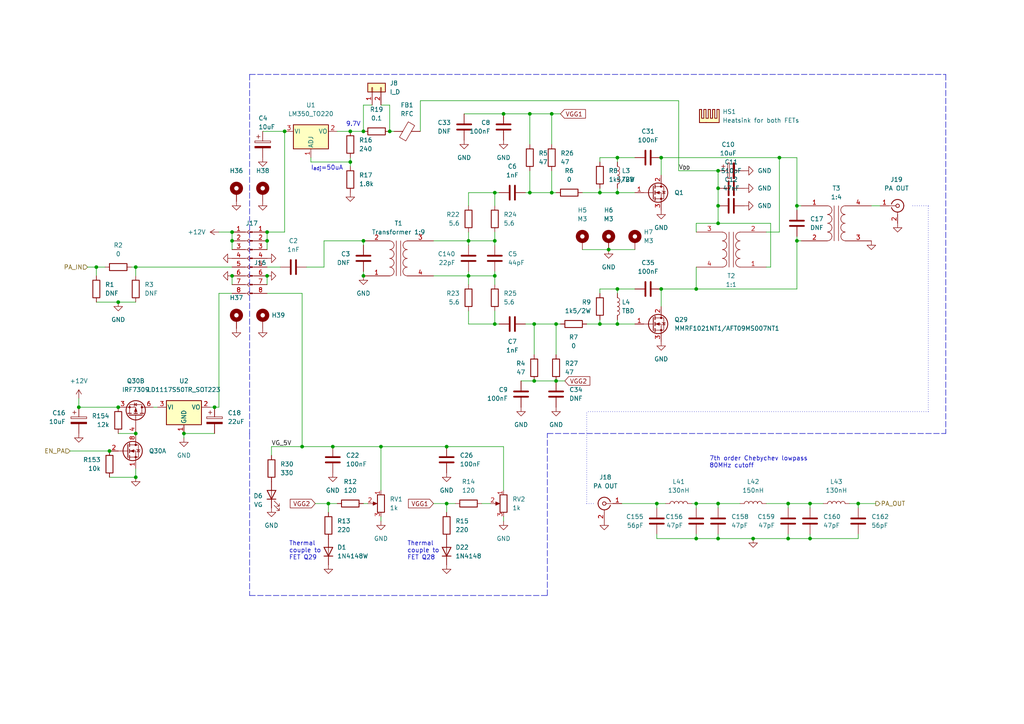
<source format=kicad_sch>
(kicad_sch (version 20211123) (generator eeschema)

  (uuid 23a5678d-f14a-42e0-9e0f-c58ad589532f)

  (paper "A4")

  (title_block
    (title "DART-70 TRX")
    (date "2023-02-02")
    (rev "0")
    (company "HB9EGM")
    (comment 1 "A 4m Band SSB/CW Transceiver")
    (comment 2 "Power Amplifier")
  )

  

  (junction (at 129.54 129.54) (diameter 0) (color 0 0 0 0)
    (uuid 00a9bf31-5693-48ee-843c-84ba7c1825e4)
  )
  (junction (at 67.31 67.31) (diameter 0) (color 0 0 0 0)
    (uuid 018be638-d71c-4d87-b73e-3b122c747273)
  )
  (junction (at 160.02 55.88) (diameter 0) (color 0 0 0 0)
    (uuid 0dc97b2b-98f5-4f81-a4b6-f10781d3b160)
  )
  (junction (at 67.31 69.85) (diameter 0) (color 0 0 0 0)
    (uuid 0f5d58d5-669d-4592-ae44-534ad7e7f3f2)
  )
  (junction (at 201.93 146.05) (diameter 0) (color 0 0 0 0)
    (uuid 1190286f-bc01-45d0-bdda-652501fac563)
  )
  (junction (at 208.28 156.21) (diameter 0) (color 0 0 0 0)
    (uuid 11b9d2e6-81c0-46e2-8e5c-4c9b4a487db1)
  )
  (junction (at 173.99 55.88) (diameter 0) (color 0 0 0 0)
    (uuid 161fe0e6-6852-4615-8b0f-512457b46eec)
  )
  (junction (at 234.95 156.21) (diameter 0) (color 0 0 0 0)
    (uuid 169fe2ba-c49f-4563-b93a-0aa82b0e8f0e)
  )
  (junction (at 201.93 83.82) (diameter 0) (color 0 0 0 0)
    (uuid 1a55edc2-84ce-4698-afd0-ce89a8423090)
  )
  (junction (at 105.41 38.1) (diameter 0) (color 0 0 0 0)
    (uuid 1d61ae6b-82dc-4a56-86ce-44a7fce84cf1)
  )
  (junction (at 231.14 59.69) (diameter 0) (color 0 0 0 0)
    (uuid 201640bb-e925-4d5c-b471-ab56b7f38c54)
  )
  (junction (at 31.75 130.81) (diameter 0) (color 0 0 0 0)
    (uuid 20532f55-6ca5-4db1-8122-d066a5deca97)
  )
  (junction (at 153.67 33.02) (diameter 0) (color 0 0 0 0)
    (uuid 29193f5d-7841-48f5-b586-96cbee5a07d5)
  )
  (junction (at 218.44 156.21) (diameter 0) (color 0 0 0 0)
    (uuid 2944e809-bf47-4b81-b200-121289761ed1)
  )
  (junction (at 39.37 138.43) (diameter 0) (color 0 0 0 0)
    (uuid 29bc49ce-d5f6-4546-b475-0b8d826019c7)
  )
  (junction (at 146.05 33.02) (diameter 0) (color 0 0 0 0)
    (uuid 2ca32adb-9047-4d23-898b-48d94f451fa2)
  )
  (junction (at 53.34 125.73) (diameter 0) (color 0 0 0 0)
    (uuid 34ad9104-4aec-413d-8c0e-1fe64bf95c79)
  )
  (junction (at 176.53 72.39) (diameter 0) (color 0 0 0 0)
    (uuid 37a9d731-529c-4097-bc66-1496ee02dbe0)
  )
  (junction (at 39.37 77.47) (diameter 0) (color 0 0 0 0)
    (uuid 3bc6f319-45d9-4d92-b709-150dc296e3e3)
  )
  (junction (at 160.02 33.02) (diameter 0) (color 0 0 0 0)
    (uuid 3d76d0aa-ffaf-4e0f-acb3-7daa2c08fd90)
  )
  (junction (at 129.54 146.05) (diameter 0) (color 0 0 0 0)
    (uuid 45343804-2488-4c7a-870d-8b6266de79aa)
  )
  (junction (at 226.06 45.72) (diameter 0) (color 0 0 0 0)
    (uuid 45d25079-49ba-42d3-8214-a17f1366934f)
  )
  (junction (at 191.77 83.82) (diameter 0) (color 0 0 0 0)
    (uuid 46c78ed4-4614-483b-9e27-b81dc59bfb52)
  )
  (junction (at 231.14 69.85) (diameter 0) (color 0 0 0 0)
    (uuid 4865f11e-4bbd-4ae9-98c0-17c1475ebd21)
  )
  (junction (at 143.51 55.88) (diameter 0) (color 0 0 0 0)
    (uuid 4aadce6a-d50b-45f8-a033-dcc4bea52391)
  )
  (junction (at 105.41 80.01) (diameter 0) (color 0 0 0 0)
    (uuid 52218bfd-5195-423d-844f-6feace98a85b)
  )
  (junction (at 179.07 45.72) (diameter 0) (color 0 0 0 0)
    (uuid 5c3343ce-7562-41e8-ba06-578ec556b554)
  )
  (junction (at 179.07 93.98) (diameter 0) (color 0 0 0 0)
    (uuid 5c414872-667b-464e-bd33-1f63d065830d)
  )
  (junction (at 173.99 93.98) (diameter 0) (color 0 0 0 0)
    (uuid 5f865eaa-bc8b-4550-999a-ec4a8a803976)
  )
  (junction (at 22.86 118.11) (diameter 0) (color 0 0 0 0)
    (uuid 7629175d-ae1a-4764-9a83-e91cb21c21ea)
  )
  (junction (at 95.25 146.05) (diameter 0) (color 0 0 0 0)
    (uuid 770e41a4-5ec0-4019-8763-111e9fe1283d)
  )
  (junction (at 143.51 80.01) (diameter 0) (color 0 0 0 0)
    (uuid 7b948514-a138-4a94-8e43-f8181fa36a07)
  )
  (junction (at 113.03 38.1) (diameter 0) (color 0 0 0 0)
    (uuid 7bc21d1a-16a9-4ef3-a553-9065bc06ee3c)
  )
  (junction (at 154.94 93.98) (diameter 0) (color 0 0 0 0)
    (uuid 7f2796bf-e1d4-4110-8d8b-0ff6bda985a3)
  )
  (junction (at 67.31 80.01) (diameter 0) (color 0 0 0 0)
    (uuid 7f5b2f73-5703-4ef7-b1fa-563f3476def3)
  )
  (junction (at 234.95 146.05) (diameter 0) (color 0 0 0 0)
    (uuid 8402d871-5523-4a16-8c07-99d580102bc0)
  )
  (junction (at 87.63 129.54) (diameter 0) (color 0 0 0 0)
    (uuid 9117f8c0-7c27-49fc-8a32-89061d5b49d9)
  )
  (junction (at 77.47 67.31) (diameter 0) (color 0 0 0 0)
    (uuid 91d168d1-4d25-40ba-ae55-15415c655fcf)
  )
  (junction (at 135.89 80.01) (diameter 0) (color 0 0 0 0)
    (uuid 95c732e9-37db-43be-b499-c30c57b0e1f7)
  )
  (junction (at 34.29 87.63) (diameter 0) (color 0 0 0 0)
    (uuid 95e609b4-aa85-4f15-97bd-4cb457f32c03)
  )
  (junction (at 191.77 45.72) (diameter 0) (color 0 0 0 0)
    (uuid 97552ee1-af94-4c94-b682-b34119d67275)
  )
  (junction (at 228.6 146.05) (diameter 0) (color 0 0 0 0)
    (uuid 995fd178-17d6-4d3e-8acb-8d785bd5fffc)
  )
  (junction (at 208.28 54.61) (diameter 0) (color 0 0 0 0)
    (uuid 9ac767e8-7860-41f7-a6dc-022dbbfe978f)
  )
  (junction (at 143.51 93.98) (diameter 0) (color 0 0 0 0)
    (uuid 9c1a8aa3-6f62-43d5-bf56-ac00d5c99775)
  )
  (junction (at 208.28 146.05) (diameter 0) (color 0 0 0 0)
    (uuid a0407873-4bbd-4776-aa5f-665b3c08936c)
  )
  (junction (at 77.47 80.01) (diameter 0) (color 0 0 0 0)
    (uuid a7a2a279-d40f-4587-bec9-d4d3067b13e5)
  )
  (junction (at 153.67 55.88) (diameter 0) (color 0 0 0 0)
    (uuid aa89c5af-af25-49c1-96f4-06c6ce91f19e)
  )
  (junction (at 101.6 46.99) (diameter 0) (color 0 0 0 0)
    (uuid af091ba7-4a6d-498e-bd0b-14fda6edf260)
  )
  (junction (at 179.07 55.88) (diameter 0) (color 0 0 0 0)
    (uuid b6fdf96b-af35-439f-adf4-a54b2f825900)
  )
  (junction (at 154.94 110.49) (diameter 0) (color 0 0 0 0)
    (uuid ba04cb58-9776-456e-90eb-494c877d5ce7)
  )
  (junction (at 208.28 59.69) (diameter 0) (color 0 0 0 0)
    (uuid ba431773-10fb-4d16-9ba2-eb6fd3c285b4)
  )
  (junction (at 228.6 156.21) (diameter 0) (color 0 0 0 0)
    (uuid bd70a2e0-a82f-4de4-a0fa-3e489255ccd2)
  )
  (junction (at 34.29 118.11) (diameter 0) (color 0 0 0 0)
    (uuid be1784a6-59d6-4cde-9c33-90a6012ea93e)
  )
  (junction (at 201.93 156.21) (diameter 0) (color 0 0 0 0)
    (uuid bfe16a13-83ef-4525-9238-87977c9e0324)
  )
  (junction (at 105.41 69.85) (diameter 0) (color 0 0 0 0)
    (uuid c1812bca-1a73-4f18-9a33-1b204224d02a)
  )
  (junction (at 208.28 64.77) (diameter 0) (color 0 0 0 0)
    (uuid c4c8dc22-30cb-4ab5-9ea7-ce681435a526)
  )
  (junction (at 77.47 69.85) (diameter 0) (color 0 0 0 0)
    (uuid ce5230a8-798d-481b-92d7-62613f234a9f)
  )
  (junction (at 208.28 49.53) (diameter 0) (color 0 0 0 0)
    (uuid ce67e4fa-a993-4a9d-853a-c16f4292267a)
  )
  (junction (at 161.29 110.49) (diameter 0) (color 0 0 0 0)
    (uuid da475678-1d3f-412b-b97e-fcd878ddc967)
  )
  (junction (at 82.55 38.1) (diameter 0) (color 0 0 0 0)
    (uuid de4a013d-057c-4526-b3ee-b7119435e384)
  )
  (junction (at 62.23 118.11) (diameter 0) (color 0 0 0 0)
    (uuid deafc291-0fe3-4cfb-914a-c34a72d0d21a)
  )
  (junction (at 27.94 77.47) (diameter 0) (color 0 0 0 0)
    (uuid e09d4217-9b5f-4cf8-8963-de289c5f1d23)
  )
  (junction (at 101.6 38.1) (diameter 0) (color 0 0 0 0)
    (uuid e1ae65fb-5d8e-4707-a860-4099b5b12f92)
  )
  (junction (at 96.52 129.54) (diameter 0) (color 0 0 0 0)
    (uuid e4589850-a03e-4f46-9ea8-63c370df9c6c)
  )
  (junction (at 143.51 69.85) (diameter 0) (color 0 0 0 0)
    (uuid e99cd3cb-eecd-48de-8dac-f3583e9ee5aa)
  )
  (junction (at 190.5 146.05) (diameter 0) (color 0 0 0 0)
    (uuid f1f0fc3f-3df6-42a9-bad0-ae1a97ab3dd1)
  )
  (junction (at 39.37 125.73) (diameter 0) (color 0 0 0 0)
    (uuid f5a60bd5-1c34-47ca-8ecb-aa99fd3fc492)
  )
  (junction (at 248.92 146.05) (diameter 0) (color 0 0 0 0)
    (uuid f95b6c97-e71d-442c-ab28-687f0c1b2ecd)
  )
  (junction (at 161.29 93.98) (diameter 0) (color 0 0 0 0)
    (uuid fa77d425-d7f6-4c77-9f7d-bb18f02e72f6)
  )
  (junction (at 110.49 129.54) (diameter 0) (color 0 0 0 0)
    (uuid fc158e7b-4b67-4dbc-8bc0-b32dabb0353c)
  )
  (junction (at 179.07 83.82) (diameter 0) (color 0 0 0 0)
    (uuid fc4804e4-a76b-4861-beca-4c2df1740000)
  )
  (junction (at 135.89 69.85) (diameter 0) (color 0 0 0 0)
    (uuid fd4faf0a-37e9-4552-8fd5-5779c63690e1)
  )

  (wire (pts (xy 160.02 41.91) (xy 160.02 33.02))
    (stroke (width 0) (type default) (color 0 0 0 0))
    (uuid 003766df-760d-4945-aead-fd459cf2cc7e)
  )
  (wire (pts (xy 248.92 154.94) (xy 248.92 156.21))
    (stroke (width 0) (type default) (color 0 0 0 0))
    (uuid 00b03189-3640-4f86-a383-2e455c33fb42)
  )
  (wire (pts (xy 201.93 146.05) (xy 208.28 146.05))
    (stroke (width 0) (type default) (color 0 0 0 0))
    (uuid 01303a8c-cc11-400c-8bb1-9c7a6554cd45)
  )
  (wire (pts (xy 153.67 55.88) (xy 153.67 49.53))
    (stroke (width 0) (type default) (color 0 0 0 0))
    (uuid 01cd1a32-53d4-480c-a184-d16eda8ee96e)
  )
  (wire (pts (xy 222.25 67.31) (xy 226.06 67.31))
    (stroke (width 0) (type default) (color 0 0 0 0))
    (uuid 0213fd9f-9172-4644-aa96-b68d556aae75)
  )
  (wire (pts (xy 143.51 67.31) (xy 143.51 69.85))
    (stroke (width 0) (type default) (color 0 0 0 0))
    (uuid 05bd47c1-4917-4b79-bd80-c7e5e8dd13c8)
  )
  (wire (pts (xy 190.5 147.32) (xy 190.5 146.05))
    (stroke (width 0) (type default) (color 0 0 0 0))
    (uuid 05c4acf2-1aea-4e36-a39b-8de69c211c79)
  )
  (wire (pts (xy 93.98 77.47) (xy 93.98 69.85))
    (stroke (width 0) (type default) (color 0 0 0 0))
    (uuid 08da3a2b-c17b-44c3-a933-0280f33f01b4)
  )
  (wire (pts (xy 125.73 69.85) (xy 135.89 69.85))
    (stroke (width 0) (type default) (color 0 0 0 0))
    (uuid 090a5550-aaf0-4baa-93d5-0e07d425691a)
  )
  (wire (pts (xy 135.89 78.74) (xy 135.89 80.01))
    (stroke (width 0) (type default) (color 0 0 0 0))
    (uuid 090e8cfd-ba33-4d7d-9c81-3debb551627b)
  )
  (wire (pts (xy 135.89 82.55) (xy 135.89 80.01))
    (stroke (width 0) (type default) (color 0 0 0 0))
    (uuid 0c403a72-1507-400c-bcf9-bdea8d77da0c)
  )
  (wire (pts (xy 161.29 93.98) (xy 154.94 93.98))
    (stroke (width 0) (type default) (color 0 0 0 0))
    (uuid 0c62e9e2-99ea-4b9f-a93d-d3265a59ccc4)
  )
  (wire (pts (xy 143.51 82.55) (xy 143.51 80.01))
    (stroke (width 0) (type default) (color 0 0 0 0))
    (uuid 0db8d2aa-1710-4582-b3d9-cb71117f3069)
  )
  (polyline (pts (xy 72.39 125.73) (xy 72.39 172.72))
    (stroke (width 0) (type default) (color 0 0 0 0))
    (uuid 0e97a1c7-a3b0-49a1-b55a-a05eb846150e)
  )

  (wire (pts (xy 201.93 77.47) (xy 201.93 83.82))
    (stroke (width 0) (type default) (color 0 0 0 0))
    (uuid 117e449a-10cc-40db-a294-4fa340a9cac0)
  )
  (wire (pts (xy 208.28 154.94) (xy 208.28 156.21))
    (stroke (width 0) (type default) (color 0 0 0 0))
    (uuid 129d98eb-7dcb-4630-a22b-2b23e8fcd745)
  )
  (wire (pts (xy 179.07 83.82) (xy 173.99 83.82))
    (stroke (width 0) (type default) (color 0 0 0 0))
    (uuid 15279dd8-9bd1-48fc-9f70-e7f93e55299a)
  )
  (wire (pts (xy 228.6 154.94) (xy 228.6 156.21))
    (stroke (width 0) (type default) (color 0 0 0 0))
    (uuid 176a64d2-c693-4d78-ab17-fc4d752dc7bf)
  )
  (wire (pts (xy 144.78 55.88) (xy 143.51 55.88))
    (stroke (width 0) (type default) (color 0 0 0 0))
    (uuid 190cb8c5-8a7f-4df3-af19-907585046dea)
  )
  (wire (pts (xy 129.54 146.05) (xy 132.08 146.05))
    (stroke (width 0) (type default) (color 0 0 0 0))
    (uuid 1941097c-3dde-477c-9880-5f4a67beef11)
  )
  (wire (pts (xy 88.9 77.47) (xy 93.98 77.47))
    (stroke (width 0) (type default) (color 0 0 0 0))
    (uuid 1bb0e012-00ba-4f66-98d9-e0c61b08d886)
  )
  (polyline (pts (xy 170.18 146.05) (xy 170.18 119.38))
    (stroke (width 0) (type dot) (color 0 0 0 0))
    (uuid 1d2338a9-0bca-45ae-aab7-d1cf672ac79d)
  )

  (wire (pts (xy 60.96 118.11) (xy 62.23 118.11))
    (stroke (width 0) (type default) (color 0 0 0 0))
    (uuid 1de018d4-5c44-4308-83e7-3cd467a0df2c)
  )
  (wire (pts (xy 191.77 83.82) (xy 201.93 83.82))
    (stroke (width 0) (type default) (color 0 0 0 0))
    (uuid 1e0ac3bd-2032-4a66-a210-cf54c4394e90)
  )
  (polyline (pts (xy 274.32 21.59) (xy 274.32 125.73))
    (stroke (width 0) (type default) (color 0 0 0 0))
    (uuid 1e42598a-f528-4ed6-adc9-5d49f8a54068)
  )

  (wire (pts (xy 160.02 55.88) (xy 161.29 55.88))
    (stroke (width 0) (type default) (color 0 0 0 0))
    (uuid 1fc99f89-a9e3-40d0-a00e-00b942f68fbe)
  )
  (wire (pts (xy 67.31 72.39) (xy 67.31 69.85))
    (stroke (width 0) (type default) (color 0 0 0 0))
    (uuid 20c49d41-bbed-4fd7-871e-c8cda9b70919)
  )
  (wire (pts (xy 248.92 146.05) (xy 254 146.05))
    (stroke (width 0) (type default) (color 0 0 0 0))
    (uuid 20e91198-3a81-4bb2-883d-67438d536dfb)
  )
  (wire (pts (xy 190.5 156.21) (xy 190.5 154.94))
    (stroke (width 0) (type default) (color 0 0 0 0))
    (uuid 22495173-2d45-4f6f-9abc-6c550a9ad708)
  )
  (wire (pts (xy 20.32 130.81) (xy 31.75 130.81))
    (stroke (width 0) (type default) (color 0 0 0 0))
    (uuid 244cb991-83cb-471e-802b-24c925680851)
  )
  (wire (pts (xy 146.05 142.24) (xy 146.05 129.54))
    (stroke (width 0) (type default) (color 0 0 0 0))
    (uuid 244ff2bc-70e5-4e35-bfb2-a65f8b5dba01)
  )
  (wire (pts (xy 231.14 68.58) (xy 231.14 69.85))
    (stroke (width 0) (type default) (color 0 0 0 0))
    (uuid 2498ff12-ed26-4ee2-a8eb-6bcc5369ccfa)
  )
  (polyline (pts (xy 269.24 119.38) (xy 170.18 119.38))
    (stroke (width 0) (type dot) (color 0 0 0 0))
    (uuid 268a27ca-91d3-4ab5-94eb-b744e4ad4c34)
  )

  (wire (pts (xy 179.07 55.88) (xy 184.15 55.88))
    (stroke (width 0) (type default) (color 0 0 0 0))
    (uuid 275deabf-8009-409b-b4ac-41d9bed031f8)
  )
  (wire (pts (xy 154.94 110.49) (xy 161.29 110.49))
    (stroke (width 0) (type default) (color 0 0 0 0))
    (uuid 27dce1e3-d97e-42b2-835a-51f963345258)
  )
  (wire (pts (xy 201.93 64.77) (xy 201.93 67.31))
    (stroke (width 0) (type default) (color 0 0 0 0))
    (uuid 287c2405-6913-4715-9df1-ff5ad9edb79a)
  )
  (wire (pts (xy 201.93 154.94) (xy 201.93 156.21))
    (stroke (width 0) (type default) (color 0 0 0 0))
    (uuid 2974f09b-e6b8-4064-b7aa-e536277a9dd1)
  )
  (wire (pts (xy 161.29 110.49) (xy 163.83 110.49))
    (stroke (width 0) (type default) (color 0 0 0 0))
    (uuid 2c9f3b73-c557-4d2a-9dd7-0487ea71ec0e)
  )
  (wire (pts (xy 153.67 41.91) (xy 153.67 33.02))
    (stroke (width 0) (type default) (color 0 0 0 0))
    (uuid 2dbf30dd-74ba-489b-bc21-50743495fd6e)
  )
  (wire (pts (xy 231.14 59.69) (xy 231.14 60.96))
    (stroke (width 0) (type default) (color 0 0 0 0))
    (uuid 314f8e04-4aa0-4bb5-827d-61a31e51db59)
  )
  (wire (pts (xy 34.29 125.73) (xy 39.37 125.73))
    (stroke (width 0) (type default) (color 0 0 0 0))
    (uuid 326d996d-3cfd-4380-aa75-da9dedb0ddb6)
  )
  (wire (pts (xy 110.49 30.48) (xy 113.03 30.48))
    (stroke (width 0) (type default) (color 0 0 0 0))
    (uuid 32b0485d-44e4-459e-b414-08683522870b)
  )
  (wire (pts (xy 77.47 67.31) (xy 77.47 69.85))
    (stroke (width 0) (type default) (color 0 0 0 0))
    (uuid 32e7b266-8a06-4afa-95ae-6cc7fd2c4682)
  )
  (wire (pts (xy 179.07 54.61) (xy 179.07 55.88))
    (stroke (width 0) (type default) (color 0 0 0 0))
    (uuid 355b675c-6705-4553-90b5-140bfffa2a31)
  )
  (wire (pts (xy 173.99 54.61) (xy 173.99 55.88))
    (stroke (width 0) (type default) (color 0 0 0 0))
    (uuid 3b137ae9-360e-432b-b9e1-c0db7be18a6f)
  )
  (wire (pts (xy 180.34 146.05) (xy 190.5 146.05))
    (stroke (width 0) (type default) (color 0 0 0 0))
    (uuid 3eacdbda-991a-4b9a-8519-cf5be21f91fb)
  )
  (wire (pts (xy 252.73 59.69) (xy 255.27 59.69))
    (stroke (width 0) (type default) (color 0 0 0 0))
    (uuid 3fa43fd5-1023-4d73-9454-49a58988d36d)
  )
  (wire (pts (xy 196.85 49.53) (xy 208.28 49.53))
    (stroke (width 0) (type default) (color 0 0 0 0))
    (uuid 410150c4-40fc-4943-abc9-82881f5d36d2)
  )
  (wire (pts (xy 179.07 46.99) (xy 179.07 45.72))
    (stroke (width 0) (type default) (color 0 0 0 0))
    (uuid 443171a8-9369-4428-a08f-a55d2d4a8748)
  )
  (wire (pts (xy 208.28 156.21) (xy 201.93 156.21))
    (stroke (width 0) (type default) (color 0 0 0 0))
    (uuid 45d7483e-8114-4f8f-b539-62807589f130)
  )
  (wire (pts (xy 162.56 33.02) (xy 160.02 33.02))
    (stroke (width 0) (type default) (color 0 0 0 0))
    (uuid 46618fa5-0b3e-4206-965f-d2c1fa7fd544)
  )
  (wire (pts (xy 184.15 83.82) (xy 179.07 83.82))
    (stroke (width 0) (type default) (color 0 0 0 0))
    (uuid 46951fa7-8dfc-4804-8778-426351ce034c)
  )
  (wire (pts (xy 200.66 146.05) (xy 201.93 146.05))
    (stroke (width 0) (type default) (color 0 0 0 0))
    (uuid 46ccb03d-9859-4d39-a84e-de35f474656d)
  )
  (wire (pts (xy 234.95 146.05) (xy 228.6 146.05))
    (stroke (width 0) (type default) (color 0 0 0 0))
    (uuid 47431c99-b3b4-40b7-9c3c-b504fe7f80ad)
  )
  (wire (pts (xy 248.92 146.05) (xy 248.92 147.32))
    (stroke (width 0) (type default) (color 0 0 0 0))
    (uuid 4836d259-bca8-4757-a2e4-0014edd49bee)
  )
  (wire (pts (xy 39.37 135.89) (xy 39.37 138.43))
    (stroke (width 0) (type default) (color 0 0 0 0))
    (uuid 49117d96-ecd5-4c4c-867f-fba2a373e768)
  )
  (polyline (pts (xy 72.39 172.72) (xy 158.75 172.72))
    (stroke (width 0) (type default) (color 0 0 0 0))
    (uuid 4ae5fbc9-eb99-4e4e-8086-7665b8159a43)
  )

  (wire (pts (xy 135.89 55.88) (xy 143.51 55.88))
    (stroke (width 0) (type default) (color 0 0 0 0))
    (uuid 4c1800c2-8348-464f-9f96-c07e927f3b27)
  )
  (wire (pts (xy 39.37 77.47) (xy 67.31 77.47))
    (stroke (width 0) (type default) (color 0 0 0 0))
    (uuid 4f28f9c8-885b-461f-99ce-9e467196f1b9)
  )
  (wire (pts (xy 135.89 69.85) (xy 135.89 71.12))
    (stroke (width 0) (type default) (color 0 0 0 0))
    (uuid 4f6eb515-be7f-47aa-980d-105f546479e2)
  )
  (wire (pts (xy 143.51 69.85) (xy 135.89 69.85))
    (stroke (width 0) (type default) (color 0 0 0 0))
    (uuid 50a21b5d-899a-44a0-996e-051d02331b9b)
  )
  (wire (pts (xy 25.4 77.47) (xy 27.94 77.47))
    (stroke (width 0) (type default) (color 0 0 0 0))
    (uuid 50ee2088-c749-44b7-9441-ded0f956dbfb)
  )
  (wire (pts (xy 222.25 77.47) (xy 223.52 77.47))
    (stroke (width 0) (type default) (color 0 0 0 0))
    (uuid 517f26e5-18d4-43ac-972a-ba2567992a0c)
  )
  (wire (pts (xy 63.5 118.11) (xy 62.23 118.11))
    (stroke (width 0) (type default) (color 0 0 0 0))
    (uuid 526cf808-e002-43dd-a0e0-44a3396fee16)
  )
  (wire (pts (xy 39.37 80.01) (xy 39.37 77.47))
    (stroke (width 0) (type default) (color 0 0 0 0))
    (uuid 529d787f-495b-411a-9099-24f01e97f4fb)
  )
  (wire (pts (xy 27.94 77.47) (xy 30.48 77.47))
    (stroke (width 0) (type default) (color 0 0 0 0))
    (uuid 54dc5336-21a7-449e-8921-31bd50e0dd34)
  )
  (wire (pts (xy 153.67 33.02) (xy 146.05 33.02))
    (stroke (width 0) (type default) (color 0 0 0 0))
    (uuid 5534ba7b-e05c-441b-ab61-b44786c0cc7f)
  )
  (wire (pts (xy 77.47 85.09) (xy 87.63 85.09))
    (stroke (width 0) (type default) (color 0 0 0 0))
    (uuid 5bc7df61-b1cd-4588-856d-8c6fb4871ca2)
  )
  (wire (pts (xy 90.17 46.99) (xy 101.6 46.99))
    (stroke (width 0) (type default) (color 0 0 0 0))
    (uuid 5d504083-b2cb-4825-8a1c-f090158440ad)
  )
  (wire (pts (xy 201.93 146.05) (xy 201.93 147.32))
    (stroke (width 0) (type default) (color 0 0 0 0))
    (uuid 5e519133-39e0-4d9c-923a-654d70e785ea)
  )
  (wire (pts (xy 143.51 78.74) (xy 143.51 80.01))
    (stroke (width 0) (type default) (color 0 0 0 0))
    (uuid 5e72ac5c-c90a-41fa-9dba-d1d47974ec35)
  )
  (wire (pts (xy 228.6 156.21) (xy 218.44 156.21))
    (stroke (width 0) (type default) (color 0 0 0 0))
    (uuid 5f190653-6f70-4988-87e8-9b7db66d156d)
  )
  (wire (pts (xy 39.37 138.43) (xy 31.75 138.43))
    (stroke (width 0) (type default) (color 0 0 0 0))
    (uuid 617393ff-8ed2-4078-9ede-235bd1227e24)
  )
  (wire (pts (xy 76.2 38.1) (xy 82.55 38.1))
    (stroke (width 0) (type default) (color 0 0 0 0))
    (uuid 62583d4b-9427-440d-8327-f9d7d21d09cb)
  )
  (wire (pts (xy 77.47 77.47) (xy 81.28 77.47))
    (stroke (width 0) (type default) (color 0 0 0 0))
    (uuid 62c70670-1334-4513-905b-69fd3f256c43)
  )
  (wire (pts (xy 90.17 46.99) (xy 90.17 45.72))
    (stroke (width 0) (type default) (color 0 0 0 0))
    (uuid 63065ccc-6177-47a4-ba4b-dac35da23d54)
  )
  (wire (pts (xy 34.29 87.63) (xy 27.94 87.63))
    (stroke (width 0) (type default) (color 0 0 0 0))
    (uuid 658c1d04-d8a4-4581-8808-91199da32b7a)
  )
  (polyline (pts (xy 158.75 172.72) (xy 158.75 125.73))
    (stroke (width 0) (type default) (color 0 0 0 0))
    (uuid 66b07fde-6cd4-4b98-a500-29e68bc48a26)
  )

  (wire (pts (xy 238.76 146.05) (xy 234.95 146.05))
    (stroke (width 0) (type default) (color 0 0 0 0))
    (uuid 66b2dc35-2265-403a-99d6-443630d9bc0d)
  )
  (wire (pts (xy 97.79 38.1) (xy 101.6 38.1))
    (stroke (width 0) (type default) (color 0 0 0 0))
    (uuid 67b7572b-8850-4da4-abc8-6a9a95c24196)
  )
  (wire (pts (xy 110.49 129.54) (xy 129.54 129.54))
    (stroke (width 0) (type default) (color 0 0 0 0))
    (uuid 69fd6a37-2951-4523-be53-b297b12a3d30)
  )
  (wire (pts (xy 39.37 87.63) (xy 34.29 87.63))
    (stroke (width 0) (type default) (color 0 0 0 0))
    (uuid 6b19a571-91ba-4d1a-8b96-09d23dc9b0fd)
  )
  (wire (pts (xy 129.54 148.59) (xy 129.54 146.05))
    (stroke (width 0) (type default) (color 0 0 0 0))
    (uuid 6d9b2be2-0946-43d9-ae46-71aefe8a5f39)
  )
  (wire (pts (xy 179.07 93.98) (xy 184.15 93.98))
    (stroke (width 0) (type default) (color 0 0 0 0))
    (uuid 6dee1427-cbd7-4943-a05e-d69d96304925)
  )
  (wire (pts (xy 160.02 33.02) (xy 153.67 33.02))
    (stroke (width 0) (type default) (color 0 0 0 0))
    (uuid 6e8528c7-721a-4a9d-91ba-2bed867380fd)
  )
  (wire (pts (xy 93.98 69.85) (xy 105.41 69.85))
    (stroke (width 0) (type default) (color 0 0 0 0))
    (uuid 700aab51-599c-46ef-ab05-ba582df59faf)
  )
  (wire (pts (xy 77.47 67.31) (xy 82.55 67.31))
    (stroke (width 0) (type default) (color 0 0 0 0))
    (uuid 708f55ca-b0b2-4950-ad4c-df6179f30406)
  )
  (wire (pts (xy 218.44 156.21) (xy 208.28 156.21))
    (stroke (width 0) (type default) (color 0 0 0 0))
    (uuid 72a4a520-5e37-46e3-b69d-c3460e9f221c)
  )
  (wire (pts (xy 143.51 55.88) (xy 143.51 59.69))
    (stroke (width 0) (type default) (color 0 0 0 0))
    (uuid 747d6f52-cc08-417b-84fa-68d19b5edf1f)
  )
  (wire (pts (xy 228.6 146.05) (xy 228.6 147.32))
    (stroke (width 0) (type default) (color 0 0 0 0))
    (uuid 74880265-f9ea-4dec-ae40-354f181a1e44)
  )
  (wire (pts (xy 196.85 29.21) (xy 196.85 49.53))
    (stroke (width 0) (type default) (color 0 0 0 0))
    (uuid 7515cca1-e4ed-4308-8959-2cb96cb486bc)
  )
  (wire (pts (xy 113.03 38.1) (xy 113.03 30.48))
    (stroke (width 0) (type default) (color 0 0 0 0))
    (uuid 77391e29-ecc1-42ae-956b-82e3188fdad6)
  )
  (wire (pts (xy 179.07 85.09) (xy 179.07 83.82))
    (stroke (width 0) (type default) (color 0 0 0 0))
    (uuid 77f6fb3b-d3e2-4519-a1ff-8b02cc52bab7)
  )
  (wire (pts (xy 191.77 50.8) (xy 191.77 45.72))
    (stroke (width 0) (type default) (color 0 0 0 0))
    (uuid 786e1d5b-e1c9-4d32-83e4-8256769342db)
  )
  (wire (pts (xy 228.6 146.05) (xy 222.25 146.05))
    (stroke (width 0) (type default) (color 0 0 0 0))
    (uuid 792dcaf8-ca00-40d9-b156-266fa951bd81)
  )
  (wire (pts (xy 143.51 80.01) (xy 135.89 80.01))
    (stroke (width 0) (type default) (color 0 0 0 0))
    (uuid 794dc39d-8571-437d-b869-222991e444b8)
  )
  (wire (pts (xy 110.49 142.24) (xy 110.49 129.54))
    (stroke (width 0) (type default) (color 0 0 0 0))
    (uuid 7b76a79d-41f9-41dc-b73d-561e451cfaf8)
  )
  (wire (pts (xy 95.25 148.59) (xy 95.25 146.05))
    (stroke (width 0) (type default) (color 0 0 0 0))
    (uuid 7b82c39d-7156-424b-89fa-48e5324ac466)
  )
  (wire (pts (xy 161.29 102.87) (xy 161.29 93.98))
    (stroke (width 0) (type default) (color 0 0 0 0))
    (uuid 7cbcca09-f051-4a6a-a573-518f6f3e8480)
  )
  (wire (pts (xy 248.92 156.21) (xy 234.95 156.21))
    (stroke (width 0) (type default) (color 0 0 0 0))
    (uuid 7cdac423-7c51-49f3-8be3-e2a9f7758c95)
  )
  (wire (pts (xy 179.07 45.72) (xy 173.99 45.72))
    (stroke (width 0) (type default) (color 0 0 0 0))
    (uuid 7d18f14f-5f0b-43cc-a6c2-c4e8b8ae219c)
  )
  (wire (pts (xy 105.41 78.74) (xy 105.41 80.01))
    (stroke (width 0) (type default) (color 0 0 0 0))
    (uuid 7d681d34-4bc5-4be1-a8cb-4db186ab9108)
  )
  (wire (pts (xy 82.55 38.1) (xy 82.55 67.31))
    (stroke (width 0) (type default) (color 0 0 0 0))
    (uuid 7f503ee2-5760-4fc4-b83b-6c6a12238600)
  )
  (wire (pts (xy 234.95 146.05) (xy 234.95 147.32))
    (stroke (width 0) (type default) (color 0 0 0 0))
    (uuid 7fb6fe3c-7427-4aad-825b-24b65566f507)
  )
  (wire (pts (xy 38.1 77.47) (xy 39.37 77.47))
    (stroke (width 0) (type default) (color 0 0 0 0))
    (uuid 81351d0b-a4b5-4cb4-9ae9-f79698997dc6)
  )
  (wire (pts (xy 135.89 59.69) (xy 135.89 55.88))
    (stroke (width 0) (type default) (color 0 0 0 0))
    (uuid 81640ccb-bb6f-4ca3-80a2-35618e8e087b)
  )
  (wire (pts (xy 67.31 69.85) (xy 67.31 67.31))
    (stroke (width 0) (type default) (color 0 0 0 0))
    (uuid 823ff746-3dfe-4ad2-ae79-b99365815b3b)
  )
  (polyline (pts (xy 72.39 21.59) (xy 274.32 21.59))
    (stroke (width 0) (type default) (color 0 0 0 0))
    (uuid 8398d6da-a6bc-43eb-be8d-a0a5e6cd131a)
  )

  (wire (pts (xy 63.5 67.31) (xy 67.31 67.31))
    (stroke (width 0) (type default) (color 0 0 0 0))
    (uuid 83a62204-8d92-4968-9472-359242aa63b5)
  )
  (polyline (pts (xy 170.18 146.05) (xy 172.72 146.05))
    (stroke (width 0) (type dot) (color 0 0 0 0))
    (uuid 847dcb0f-8ad4-4e42-82c0-b6aeb2e62279)
  )

  (wire (pts (xy 113.03 38.1) (xy 114.3 38.1))
    (stroke (width 0) (type default) (color 0 0 0 0))
    (uuid 8662e2bc-5e18-4d27-8e41-16580368082b)
  )
  (wire (pts (xy 151.13 110.49) (xy 154.94 110.49))
    (stroke (width 0) (type default) (color 0 0 0 0))
    (uuid 8ac4c920-c88a-456c-8ad1-b60beb0e620f)
  )
  (wire (pts (xy 176.53 72.39) (xy 184.15 72.39))
    (stroke (width 0) (type default) (color 0 0 0 0))
    (uuid 8cd234e5-8d99-4783-8e6c-debdf540bc71)
  )
  (wire (pts (xy 44.45 118.11) (xy 45.72 118.11))
    (stroke (width 0) (type default) (color 0 0 0 0))
    (uuid 8ce64de9-e53d-4317-9ac8-b1f664a4aabd)
  )
  (wire (pts (xy 168.91 55.88) (xy 173.99 55.88))
    (stroke (width 0) (type default) (color 0 0 0 0))
    (uuid 8d56cadc-5637-4a7e-b5e6-22f061f9dfc0)
  )
  (wire (pts (xy 87.63 85.09) (xy 87.63 129.54))
    (stroke (width 0) (type default) (color 0 0 0 0))
    (uuid 8ec295a0-e8aa-4d08-9ad2-7e3be5901bb0)
  )
  (wire (pts (xy 146.05 151.13) (xy 146.05 149.86))
    (stroke (width 0) (type default) (color 0 0 0 0))
    (uuid 8f0d94cb-7dce-4f8d-b241-565acfd7242c)
  )
  (wire (pts (xy 135.89 67.31) (xy 135.89 69.85))
    (stroke (width 0) (type default) (color 0 0 0 0))
    (uuid 8f25b4cf-19a6-4cfc-8247-405e6fad837e)
  )
  (wire (pts (xy 53.34 125.73) (xy 62.23 125.73))
    (stroke (width 0) (type default) (color 0 0 0 0))
    (uuid 8fbf2c38-2aff-4578-b034-e4158cdc80fc)
  )
  (wire (pts (xy 173.99 93.98) (xy 179.07 93.98))
    (stroke (width 0) (type default) (color 0 0 0 0))
    (uuid 91de251b-3a5c-4657-a9da-556f719e53d4)
  )
  (wire (pts (xy 226.06 67.31) (xy 226.06 45.72))
    (stroke (width 0) (type default) (color 0 0 0 0))
    (uuid 961f2f48-5823-4672-9657-6b8a54100496)
  )
  (wire (pts (xy 173.99 92.71) (xy 173.99 93.98))
    (stroke (width 0) (type default) (color 0 0 0 0))
    (uuid 97156354-f4ae-4c61-9b61-c67f6e42daa4)
  )
  (wire (pts (xy 63.5 85.09) (xy 67.31 85.09))
    (stroke (width 0) (type default) (color 0 0 0 0))
    (uuid 97d7e6e9-0043-4e91-9baa-8fec2b65798f)
  )
  (wire (pts (xy 191.77 45.72) (xy 226.06 45.72))
    (stroke (width 0) (type default) (color 0 0 0 0))
    (uuid 98c89916-5912-4fa7-a8c4-45d1f47b949d)
  )
  (wire (pts (xy 173.99 55.88) (xy 179.07 55.88))
    (stroke (width 0) (type default) (color 0 0 0 0))
    (uuid 9a2221db-32e9-46c9-8d40-4e6f78bd3152)
  )
  (wire (pts (xy 63.5 85.09) (xy 63.5 118.11))
    (stroke (width 0) (type default) (color 0 0 0 0))
    (uuid 9c5b4ad7-76e8-40c4-8007-a8a8969bf371)
  )
  (wire (pts (xy 139.7 146.05) (xy 142.24 146.05))
    (stroke (width 0) (type default) (color 0 0 0 0))
    (uuid 9d368343-4950-4d34-b3a3-3301f02614b2)
  )
  (wire (pts (xy 95.25 146.05) (xy 91.44 146.05))
    (stroke (width 0) (type default) (color 0 0 0 0))
    (uuid 9ff1d0a3-4bda-4084-8c92-d9a3e9bd2097)
  )
  (wire (pts (xy 184.15 45.72) (xy 179.07 45.72))
    (stroke (width 0) (type default) (color 0 0 0 0))
    (uuid a1a0fa87-9518-4e3a-8b85-983034295cf2)
  )
  (wire (pts (xy 143.51 71.12) (xy 143.51 69.85))
    (stroke (width 0) (type default) (color 0 0 0 0))
    (uuid a29c2a38-dbda-4d2b-b1e1-eb2b3491457e)
  )
  (wire (pts (xy 101.6 48.26) (xy 101.6 46.99))
    (stroke (width 0) (type default) (color 0 0 0 0))
    (uuid a2e25017-5257-4f53-9d03-d7f687ab6c0f)
  )
  (wire (pts (xy 101.6 46.99) (xy 101.6 45.72))
    (stroke (width 0) (type default) (color 0 0 0 0))
    (uuid a329349b-ba39-4ef8-9a28-50bd5ac5c6d5)
  )
  (wire (pts (xy 135.89 93.98) (xy 135.89 90.17))
    (stroke (width 0) (type default) (color 0 0 0 0))
    (uuid a4b27e52-de6a-4049-9cca-f9f30d85d7f1)
  )
  (wire (pts (xy 77.47 69.85) (xy 77.47 72.39))
    (stroke (width 0) (type default) (color 0 0 0 0))
    (uuid a5d1d492-dfa3-4faa-882c-a328491eb033)
  )
  (wire (pts (xy 110.49 151.13) (xy 110.49 149.86))
    (stroke (width 0) (type default) (color 0 0 0 0))
    (uuid a6a1a43f-a88e-41c8-b880-7c537750051f)
  )
  (wire (pts (xy 208.28 49.53) (xy 208.28 54.61))
    (stroke (width 0) (type default) (color 0 0 0 0))
    (uuid aaf3c0ed-76db-49b3-85a5-1a6f92e1d0b1)
  )
  (wire (pts (xy 231.14 69.85) (xy 232.41 69.85))
    (stroke (width 0) (type default) (color 0 0 0 0))
    (uuid ab60541a-70a7-4147-8087-07866b7f21be)
  )
  (wire (pts (xy 208.28 146.05) (xy 214.63 146.05))
    (stroke (width 0) (type default) (color 0 0 0 0))
    (uuid ad235f51-b06e-4d02-80dc-3c5ef34c01f0)
  )
  (wire (pts (xy 97.79 146.05) (xy 95.25 146.05))
    (stroke (width 0) (type default) (color 0 0 0 0))
    (uuid ad3a2dc9-0a41-421d-b005-d9e9940696fd)
  )
  (wire (pts (xy 53.34 127) (xy 53.34 125.73))
    (stroke (width 0) (type default) (color 0 0 0 0))
    (uuid afd000de-1f79-43c7-805a-97033c02476f)
  )
  (wire (pts (xy 77.47 80.01) (xy 77.47 82.55))
    (stroke (width 0) (type default) (color 0 0 0 0))
    (uuid b0638642-906d-4721-afc4-2e70a0961498)
  )
  (wire (pts (xy 27.94 80.01) (xy 27.94 77.47))
    (stroke (width 0) (type default) (color 0 0 0 0))
    (uuid b17770b4-75d1-43d7-a9ee-47c7f821b104)
  )
  (wire (pts (xy 121.92 38.1) (xy 121.92 29.21))
    (stroke (width 0) (type default) (color 0 0 0 0))
    (uuid b269d51b-2f1d-42a9-ba9b-a602d888ef4b)
  )
  (wire (pts (xy 125.73 146.05) (xy 129.54 146.05))
    (stroke (width 0) (type default) (color 0 0 0 0))
    (uuid b3a9f299-9137-4c0e-8d78-b8c51677a919)
  )
  (wire (pts (xy 191.77 83.82) (xy 191.77 88.9))
    (stroke (width 0) (type default) (color 0 0 0 0))
    (uuid b4a67bed-e0d0-4a2b-ad95-50263ae29794)
  )
  (wire (pts (xy 153.67 55.88) (xy 160.02 55.88))
    (stroke (width 0) (type default) (color 0 0 0 0))
    (uuid b6024484-8c2a-42f3-977d-891690fbe6a6)
  )
  (wire (pts (xy 223.52 77.47) (xy 223.52 64.77))
    (stroke (width 0) (type default) (color 0 0 0 0))
    (uuid b6405e62-fe69-4e5e-bf39-a12d7be9fb00)
  )
  (wire (pts (xy 78.74 132.08) (xy 78.74 129.54))
    (stroke (width 0) (type default) (color 0 0 0 0))
    (uuid b808564d-4d59-4c8d-8645-9f64fee897ea)
  )
  (wire (pts (xy 154.94 102.87) (xy 154.94 93.98))
    (stroke (width 0) (type default) (color 0 0 0 0))
    (uuid bb75cd77-e810-43bd-b155-da62e8c644f7)
  )
  (wire (pts (xy 101.6 38.1) (xy 105.41 38.1))
    (stroke (width 0) (type default) (color 0 0 0 0))
    (uuid bec0ce44-3d2b-4c79-b5e8-74a5b945c66e)
  )
  (wire (pts (xy 22.86 115.57) (xy 22.86 118.11))
    (stroke (width 0) (type default) (color 0 0 0 0))
    (uuid bf7659ed-bc9f-491b-accb-3db8abf0f82a)
  )
  (wire (pts (xy 231.14 59.69) (xy 231.14 45.72))
    (stroke (width 0) (type default) (color 0 0 0 0))
    (uuid c136cc08-0a30-42be-ac73-b57040aa3d8f)
  )
  (wire (pts (xy 223.52 64.77) (xy 208.28 64.77))
    (stroke (width 0) (type default) (color 0 0 0 0))
    (uuid c45cd4a9-6d57-419f-b7e4-f2f6398e66f1)
  )
  (wire (pts (xy 208.28 147.32) (xy 208.28 146.05))
    (stroke (width 0) (type default) (color 0 0 0 0))
    (uuid c798b8fa-0a55-4e06-bca6-bad2d53d105b)
  )
  (wire (pts (xy 154.94 93.98) (xy 152.4 93.98))
    (stroke (width 0) (type default) (color 0 0 0 0))
    (uuid c9c94256-b0e2-41d0-a6ac-8d3574e6f0f9)
  )
  (wire (pts (xy 87.63 129.54) (xy 96.52 129.54))
    (stroke (width 0) (type default) (color 0 0 0 0))
    (uuid cad596e5-4e33-4e48-b52a-041b51bac332)
  )
  (wire (pts (xy 162.56 93.98) (xy 161.29 93.98))
    (stroke (width 0) (type default) (color 0 0 0 0))
    (uuid caef4be8-1584-43bd-a128-f71411000238)
  )
  (polyline (pts (xy 158.75 125.73) (xy 274.32 125.73))
    (stroke (width 0) (type default) (color 0 0 0 0))
    (uuid cb92ffa3-9da8-4c51-bf02-e9c5d63c50e0)
  )
  (polyline (pts (xy 72.39 21.59) (xy 72.39 125.73))
    (stroke (width 0) (type default) (color 0 0 0 0))
    (uuid cbf11394-fc96-4418-a6f6-f186e5712833)
  )

  (wire (pts (xy 22.86 118.11) (xy 34.29 118.11))
    (stroke (width 0) (type default) (color 0 0 0 0))
    (uuid ccfed1e0-71a4-467e-9f13-8aea53138931)
  )
  (wire (pts (xy 231.14 83.82) (xy 231.14 69.85))
    (stroke (width 0) (type default) (color 0 0 0 0))
    (uuid cd52488a-d219-462f-b0e3-ccadbd95d7a3)
  )
  (wire (pts (xy 67.31 80.01) (xy 67.31 82.55))
    (stroke (width 0) (type default) (color 0 0 0 0))
    (uuid d22591ff-4bc4-4bab-86b2-5aa2c3322f5b)
  )
  (wire (pts (xy 201.93 83.82) (xy 231.14 83.82))
    (stroke (width 0) (type default) (color 0 0 0 0))
    (uuid d5901386-2638-4771-9120-9bae0ea1e701)
  )
  (wire (pts (xy 231.14 45.72) (xy 226.06 45.72))
    (stroke (width 0) (type default) (color 0 0 0 0))
    (uuid d5c041fb-58ed-4fe2-ba76-b14c47c5e638)
  )
  (wire (pts (xy 146.05 129.54) (xy 129.54 129.54))
    (stroke (width 0) (type default) (color 0 0 0 0))
    (uuid d65fb050-444d-460f-8812-814e9728db7c)
  )
  (wire (pts (xy 168.91 72.39) (xy 176.53 72.39))
    (stroke (width 0) (type default) (color 0 0 0 0))
    (uuid d8b75ab7-d5b7-4174-ae95-3b40683aba30)
  )
  (wire (pts (xy 234.95 154.94) (xy 234.95 156.21))
    (stroke (width 0) (type default) (color 0 0 0 0))
    (uuid d9f31086-35f1-4238-8b8f-fbe8c3cf4e17)
  )
  (wire (pts (xy 143.51 93.98) (xy 143.51 90.17))
    (stroke (width 0) (type default) (color 0 0 0 0))
    (uuid db96ec06-0704-4dfc-a4da-5507475f2a35)
  )
  (wire (pts (xy 110.49 129.54) (xy 96.52 129.54))
    (stroke (width 0) (type default) (color 0 0 0 0))
    (uuid dbe83ea4-45e0-4bf5-9404-ff48adb100fe)
  )
  (wire (pts (xy 234.95 156.21) (xy 228.6 156.21))
    (stroke (width 0) (type default) (color 0 0 0 0))
    (uuid dc3e3a90-5f51-493f-a1b3-6437545baa5a)
  )
  (wire (pts (xy 105.41 71.12) (xy 105.41 69.85))
    (stroke (width 0) (type default) (color 0 0 0 0))
    (uuid dc89d2df-0ae3-4da8-9650-c4dae9eb3248)
  )
  (polyline (pts (xy 269.24 119.38) (xy 269.24 59.69))
    (stroke (width 0) (type dot) (color 0 0 0 0))
    (uuid dcd04044-c0fd-4b7d-9f27-64ef45e240c5)
  )

  (wire (pts (xy 105.41 146.05) (xy 106.68 146.05))
    (stroke (width 0) (type default) (color 0 0 0 0))
    (uuid de12bceb-6ef7-4510-83cb-3587e87fcec3)
  )
  (wire (pts (xy 173.99 45.72) (xy 173.99 46.99))
    (stroke (width 0) (type default) (color 0 0 0 0))
    (uuid e1ba6fe0-3dfd-4cea-9ef8-13fa7ab7b4bb)
  )
  (wire (pts (xy 125.73 80.01) (xy 135.89 80.01))
    (stroke (width 0) (type default) (color 0 0 0 0))
    (uuid e49fb271-6b54-4a26-8de3-46df0d1b3a67)
  )
  (wire (pts (xy 173.99 83.82) (xy 173.99 85.09))
    (stroke (width 0) (type default) (color 0 0 0 0))
    (uuid e4bc9b49-8332-408c-879e-7bc639399e66)
  )
  (wire (pts (xy 246.38 146.05) (xy 248.92 146.05))
    (stroke (width 0) (type default) (color 0 0 0 0))
    (uuid e4ffaea3-f841-4e23-b5df-039dd68d9ff7)
  )
  (wire (pts (xy 170.18 93.98) (xy 173.99 93.98))
    (stroke (width 0) (type default) (color 0 0 0 0))
    (uuid e599fe9e-93e0-4a2e-8cdb-286327a202aa)
  )
  (wire (pts (xy 190.5 146.05) (xy 193.04 146.05))
    (stroke (width 0) (type default) (color 0 0 0 0))
    (uuid edb3996d-de3b-45fc-8f66-60d724634e5a)
  )
  (wire (pts (xy 232.41 59.69) (xy 231.14 59.69))
    (stroke (width 0) (type default) (color 0 0 0 0))
    (uuid ee164115-ad65-4b45-a48c-085a9d2c75a1)
  )
  (wire (pts (xy 160.02 49.53) (xy 160.02 55.88))
    (stroke (width 0) (type default) (color 0 0 0 0))
    (uuid f2415f15-51b3-42d4-a928-3db331755731)
  )
  (wire (pts (xy 208.28 54.61) (xy 208.28 59.69))
    (stroke (width 0) (type default) (color 0 0 0 0))
    (uuid f2549e2d-1edd-445c-80d8-69d6f29e517c)
  )
  (wire (pts (xy 78.74 129.54) (xy 87.63 129.54))
    (stroke (width 0) (type default) (color 0 0 0 0))
    (uuid f268889d-15b0-46e3-a5d2-7fcc58510960)
  )
  (polyline (pts (xy 269.24 59.69) (xy 264.16 59.69))
    (stroke (width 0) (type dot) (color 0 0 0 0))
    (uuid f2f2a7bf-a103-4999-834f-e6a8711b8e0d)
  )

  (wire (pts (xy 107.95 30.48) (xy 105.41 30.48))
    (stroke (width 0) (type default) (color 0 0 0 0))
    (uuid f31bc184-4929-403a-80dc-b79e361090d3)
  )
  (wire (pts (xy 144.78 93.98) (xy 143.51 93.98))
    (stroke (width 0) (type default) (color 0 0 0 0))
    (uuid f3bd94cf-2433-4a0e-ba88-da52a1db3c85)
  )
  (wire (pts (xy 143.51 93.98) (xy 135.89 93.98))
    (stroke (width 0) (type default) (color 0 0 0 0))
    (uuid f3d0c01f-d3b6-4682-aa4e-aaf54aa3d304)
  )
  (wire (pts (xy 208.28 59.69) (xy 208.28 64.77))
    (stroke (width 0) (type default) (color 0 0 0 0))
    (uuid f434c152-41d2-46ec-9067-6b182cbde5bc)
  )
  (wire (pts (xy 179.07 92.71) (xy 179.07 93.98))
    (stroke (width 0) (type default) (color 0 0 0 0))
    (uuid f4ca2a2b-2db7-43a9-9de4-6f4c3c57430f)
  )
  (wire (pts (xy 105.41 30.48) (xy 105.41 38.1))
    (stroke (width 0) (type default) (color 0 0 0 0))
    (uuid f54a43e9-314a-4866-a91e-2ec5ff59795c)
  )
  (wire (pts (xy 208.28 64.77) (xy 201.93 64.77))
    (stroke (width 0) (type default) (color 0 0 0 0))
    (uuid f62c7ba9-26e6-4b11-812a-ca5a8885f568)
  )
  (wire (pts (xy 201.93 156.21) (xy 190.5 156.21))
    (stroke (width 0) (type default) (color 0 0 0 0))
    (uuid f7a93800-213b-4e5f-a19e-fe7ebff506a4)
  )
  (wire (pts (xy 152.4 55.88) (xy 153.67 55.88))
    (stroke (width 0) (type default) (color 0 0 0 0))
    (uuid fbdd5f89-ac2a-4b54-89ba-ad3e5a137148)
  )
  (wire (pts (xy 134.62 33.02) (xy 146.05 33.02))
    (stroke (width 0) (type default) (color 0 0 0 0))
    (uuid fca9dbc2-7e9d-4cec-9bbc-6b0dec1ddb9b)
  )
  (wire (pts (xy 121.92 29.21) (xy 196.85 29.21))
    (stroke (width 0) (type default) (color 0 0 0 0))
    (uuid fdbb4031-d6b2-4433-b46c-0bb6b95ccda2)
  )

  (text "Thermal\ncouple to\nFET Q29" (at 83.82 162.56 0)
    (effects (font (size 1.27 1.27)) (justify left bottom))
    (uuid 4232657e-645a-4a13-9977-ada50031ee47)
  )
  (text "9.7V" (at 100.33 36.83 0)
    (effects (font (size 1.27 1.27)) (justify left bottom))
    (uuid 7d335926-7fd8-415d-8caa-3060b628cfdc)
  )
  (text "Thermal\ncouple to\nFET Q28" (at 118.11 162.56 0)
    (effects (font (size 1.27 1.27)) (justify left bottom))
    (uuid 8db3bcbc-48db-441d-944b-3b4c9f5f435f)
  )
  (text "I_{adj}=50uA" (at 90.17 49.53 0)
    (effects (font (size 1.27 1.27)) (justify left bottom))
    (uuid b260a4ab-459d-4dc1-a9ee-ef2c3af17abd)
  )
  (text "7th order Chebychev lowpass\n80MHz cutoff" (at 205.74 135.89 0)
    (effects (font (size 1.27 1.27)) (justify left bottom))
    (uuid cceb5067-9e99-4f55-8885-a39556c8fc05)
  )

  (label "VG_5V" (at 78.74 129.54 0)
    (effects (font (size 1.27 1.27)) (justify left bottom))
    (uuid 2df9bdbc-e27a-41be-93ce-5e67908965ef)
  )
  (label "V_{DD}" (at 196.85 49.53 0)
    (effects (font (size 1.27 1.27)) (justify left bottom))
    (uuid ff6f11b9-55da-455b-a74e-83e04302aa70)
  )

  (global_label "VGG2" (shape input) (at 163.83 110.49 0) (fields_autoplaced)
    (effects (font (size 1.27 1.27)) (justify left))
    (uuid 22c10e3a-cb4b-4b79-a36a-177ef5623ae4)
    (property "Intersheet References" "${INTERSHEET_REFS}" (id 0) (at 171.0812 110.4106 0)
      (effects (font (size 1.27 1.27)) (justify left) hide)
    )
  )
  (global_label "VGG1" (shape input) (at 162.56 33.02 0) (fields_autoplaced)
    (effects (font (size 1.27 1.27)) (justify left))
    (uuid 98f3d109-18e9-438f-a7e4-2ea4c51eaff2)
    (property "Intersheet References" "${INTERSHEET_REFS}" (id 0) (at 169.8112 32.9406 0)
      (effects (font (size 1.27 1.27)) (justify left) hide)
    )
  )
  (global_label "VGG2" (shape input) (at 91.44 146.05 180) (fields_autoplaced)
    (effects (font (size 1.27 1.27)) (justify right))
    (uuid 9ba3ca89-57a7-4191-b28d-3353c4f09f51)
    (property "Intersheet References" "${INTERSHEET_REFS}" (id 0) (at 84.1888 145.9706 0)
      (effects (font (size 1.27 1.27)) (justify right) hide)
    )
  )
  (global_label "VGG1" (shape input) (at 125.73 146.05 180) (fields_autoplaced)
    (effects (font (size 1.27 1.27)) (justify right))
    (uuid f3db337a-e60f-4892-8801-061e5ccbb092)
    (property "Intersheet References" "${INTERSHEET_REFS}" (id 0) (at 118.4788 145.9706 0)
      (effects (font (size 1.27 1.27)) (justify right) hide)
    )
  )

  (hierarchical_label "EN_PA" (shape input) (at 20.32 130.81 180)
    (effects (font (size 1.27 1.27)) (justify right))
    (uuid 54920291-e458-4bff-862c-d8311f99297a)
  )
  (hierarchical_label "PA_OUT" (shape output) (at 254 146.05 0)
    (effects (font (size 1.27 1.27)) (justify left))
    (uuid ae6a0f34-c857-407c-b4b9-c842ee582dec)
  )
  (hierarchical_label "PA_IN" (shape input) (at 25.4 77.47 180)
    (effects (font (size 1.27 1.27)) (justify right))
    (uuid e0dcb6c9-ad38-4b82-bff1-8602f1d8af1e)
  )

  (symbol (lib_id "Device:R") (at 95.25 152.4 0) (unit 1)
    (in_bom yes) (on_board yes) (fields_autoplaced)
    (uuid 00000000-0000-0000-0000-00005fb98820)
    (property "Reference" "R156" (id 0) (at 97.79 151.1299 0)
      (effects (font (size 1.27 1.27)) (justify left))
    )
    (property "Value" "220" (id 1) (at 97.79 153.6699 0)
      (effects (font (size 1.27 1.27)) (justify left))
    )
    (property "Footprint" "Resistor_SMD:R_0603_1608Metric_Pad0.98x0.95mm_HandSolder" (id 2) (at 93.472 152.4 90)
      (effects (font (size 1.27 1.27)) hide)
    )
    (property "Datasheet" "~" (id 3) (at 95.25 152.4 0)
      (effects (font (size 1.27 1.27)) hide)
    )
    (property "Need_order" "0" (id 4) (at 95.25 152.4 0)
      (effects (font (size 1.27 1.27)) hide)
    )
    (pin "1" (uuid 5bc7de51-49ea-4e36-a74c-cfc49c0c0aba))
    (pin "2" (uuid 77613717-75b7-47aa-8c0f-ce430e3ad08e))
  )

  (symbol (lib_id "Device:Transformer_1P_1S") (at 242.57 64.77 0) (unit 1)
    (in_bom yes) (on_board yes) (fields_autoplaced)
    (uuid 00000000-0000-0000-0000-00005fba31d6)
    (property "Reference" "T9" (id 0) (at 242.5827 54.61 0))
    (property "Value" "1:4" (id 1) (at 242.5827 57.15 0))
    (property "Footprint" "mpb:four_4mm_pads" (id 2) (at 242.57 64.77 0)
      (effects (font (size 1.27 1.27)) hide)
    )
    (property "Datasheet" "~" (id 3) (at 242.57 64.77 0)
      (effects (font (size 1.27 1.27)) hide)
    )
    (property "Need_order" "0" (id 4) (at 242.57 64.77 0)
      (effects (font (size 1.27 1.27)) hide)
    )
    (pin "1" (uuid 48d8603e-edbd-4546-af29-4d55dc17ebda))
    (pin "2" (uuid 2a4c3786-4acc-4147-a6a6-31fbe21191cc))
    (pin "3" (uuid b706431a-53df-4044-b5cb-eab9c4153189))
    (pin "4" (uuid 210dcbff-26d1-4572-85b2-49b811be475c))
  )

  (symbol (lib_id "Device:C") (at 231.14 64.77 180) (unit 1)
    (in_bom yes) (on_board yes) (fields_autoplaced)
    (uuid 00000000-0000-0000-0000-00005fbe8d8f)
    (property "Reference" "C153" (id 0) (at 234.95 63.4999 0)
      (effects (font (size 1.27 1.27)) (justify right))
    )
    (property "Value" "DNF" (id 1) (at 234.95 66.0399 0)
      (effects (font (size 1.27 1.27)) (justify right))
    )
    (property "Footprint" "mpb:two_2mm_pads" (id 2) (at 230.1748 60.96 0)
      (effects (font (size 1.27 1.27)) hide)
    )
    (property "Datasheet" "~" (id 3) (at 231.14 64.77 0)
      (effects (font (size 1.27 1.27)) hide)
    )
    (property "Need_order" "0" (id 4) (at 231.14 64.77 0)
      (effects (font (size 1.27 1.27)) hide)
    )
    (pin "1" (uuid 42deeaaa-fd78-4b71-bc78-9810d27f1ceb))
    (pin "2" (uuid 0bd209fd-53c1-48fa-b1d2-a99fcc6a38aa))
  )

  (symbol (lib_id "Device:C") (at 85.09 77.47 270) (unit 1)
    (in_bom yes) (on_board yes) (fields_autoplaced)
    (uuid 00000000-0000-0000-0000-00005fbf9029)
    (property "Reference" "C136" (id 0) (at 85.09 69.85 90))
    (property "Value" "1nF" (id 1) (at 85.09 72.39 90))
    (property "Footprint" "Capacitor_SMD:C_0805_2012Metric_Pad1.18x1.45mm_HandSolder" (id 2) (at 81.28 78.4352 0)
      (effects (font (size 1.27 1.27)) hide)
    )
    (property "Datasheet" "~" (id 3) (at 85.09 77.47 0)
      (effects (font (size 1.27 1.27)) hide)
    )
    (property "MPN" "885612007040/VJ0805A102GXXPW1BC" (id 4) (at 85.09 77.47 90)
      (effects (font (size 1.27 1.27)) hide)
    )
    (property "Need_order" "0" (id 5) (at 85.09 77.47 0)
      (effects (font (size 1.27 1.27)) hide)
    )
    (pin "1" (uuid eb3aabcd-c3ee-449f-a3d6-b1c5af0621b3))
    (pin "2" (uuid 10b6cec8-986e-468e-8336-4f27bb781af0))
  )

  (symbol (lib_id "Device:R_Potentiometer") (at 110.49 146.05 0) (mirror y) (unit 1)
    (in_bom yes) (on_board yes) (fields_autoplaced)
    (uuid 00000000-0000-0000-0000-00005fc0b080)
    (property "Reference" "RV5" (id 0) (at 113.03 144.7799 0)
      (effects (font (size 1.27 1.27)) (justify right))
    )
    (property "Value" "1k" (id 1) (at 113.03 147.3199 0)
      (effects (font (size 1.27 1.27)) (justify right))
    )
    (property "Footprint" "Potentiometer_SMD:Potentiometer_Bourns_3214W_Vertical" (id 2) (at 110.49 146.05 0)
      (effects (font (size 1.27 1.27)) hide)
    )
    (property "Datasheet" "~" (id 3) (at 110.49 146.05 0)
      (effects (font (size 1.27 1.27)) hide)
    )
    (property "MPN" "Bourns 3214W-1-102E" (id 4) (at 110.49 146.05 0)
      (effects (font (size 1.27 1.27)) hide)
    )
    (property "Need_order" "0" (id 5) (at 110.49 146.05 0)
      (effects (font (size 1.27 1.27)) hide)
    )
    (pin "1" (uuid 342fb3d5-569c-45a7-95c0-82ad1024c68a))
    (pin "2" (uuid 46b1b549-52cd-4098-83ee-2dc3312e5ee4))
    (pin "3" (uuid dfb5916a-7da9-4db6-8de2-09ac4e97baf3))
  )

  (symbol (lib_id "Device:C") (at 96.52 133.35 180) (unit 1)
    (in_bom yes) (on_board yes) (fields_autoplaced)
    (uuid 00000000-0000-0000-0000-00005fc0c38a)
    (property "Reference" "C157" (id 0) (at 100.33 132.0799 0)
      (effects (font (size 1.27 1.27)) (justify right))
    )
    (property "Value" "0.1uF" (id 1) (at 100.33 134.6199 0)
      (effects (font (size 1.27 1.27)) (justify right))
    )
    (property "Footprint" "Capacitor_SMD:C_0603_1608Metric_Pad1.08x0.95mm_HandSolder" (id 2) (at 95.5548 129.54 0)
      (effects (font (size 1.27 1.27)) hide)
    )
    (property "Datasheet" "~" (id 3) (at 96.52 133.35 0)
      (effects (font (size 1.27 1.27)) hide)
    )
    (property "MPN" "GRM188R71H104KA93D" (id 4) (at 96.52 133.35 90)
      (effects (font (size 1.27 1.27)) hide)
    )
    (property "Need_order" "0" (id 5) (at 96.52 133.35 0)
      (effects (font (size 1.27 1.27)) hide)
    )
    (pin "1" (uuid e4637037-0764-46ca-aed1-95e0e12ed0e9))
    (pin "2" (uuid efc4d072-512d-45f4-bd0d-ced77162fffa))
  )

  (symbol (lib_id "power:GND") (at 96.52 137.16 0) (unit 1)
    (in_bom yes) (on_board yes) (fields_autoplaced)
    (uuid 00000000-0000-0000-0000-00005fc0c842)
    (property "Reference" "#PWR0201" (id 0) (at 96.52 143.51 0)
      (effects (font (size 1.27 1.27)) hide)
    )
    (property "Value" "GND" (id 1) (at 96.52 142.24 0))
    (property "Footprint" "" (id 2) (at 96.52 137.16 0)
      (effects (font (size 1.27 1.27)) hide)
    )
    (property "Datasheet" "" (id 3) (at 96.52 137.16 0)
      (effects (font (size 1.27 1.27)) hide)
    )
    (pin "1" (uuid 669df1b0-cff4-42db-bf62-06782cd9b3a0))
  )

  (symbol (lib_id "Diode:1N4148W") (at 95.25 160.02 90) (unit 1)
    (in_bom yes) (on_board yes) (fields_autoplaced)
    (uuid 00000000-0000-0000-0000-00005fc3bc84)
    (property "Reference" "D21" (id 0) (at 97.79 158.7499 90)
      (effects (font (size 1.27 1.27)) (justify right))
    )
    (property "Value" "1N4148" (id 1) (at 97.79 161.2899 90)
      (effects (font (size 1.27 1.27)) (justify right))
    )
    (property "Footprint" "mpb:two_2mm_pads_for_diode" (id 2) (at 99.695 160.02 0)
      (effects (font (size 1.27 1.27)) hide)
    )
    (property "Datasheet" "/home/bram/Sync/Doc/Datasheet/1N4148W-7-F.pdf" (id 3) (at 95.25 160.02 0)
      (effects (font (size 1.27 1.27)) hide)
    )
    (property "MPN" "" (id 4) (at 95.25 160.02 0)
      (effects (font (size 1.27 1.27)) hide)
    )
    (property "Need_order" "" (id 5) (at 95.25 160.02 0)
      (effects (font (size 1.27 1.27)) hide)
    )
    (pin "1" (uuid 1503c28f-97cb-4d42-9e1f-1a08eab918c4))
    (pin "2" (uuid d99afa5f-963b-4c4d-b997-7af28d20fedc))
  )

  (symbol (lib_id "power:GND") (at 95.25 163.83 0) (unit 1)
    (in_bom yes) (on_board yes) (fields_autoplaced)
    (uuid 00000000-0000-0000-0000-00005fc41f55)
    (property "Reference" "#PWR0200" (id 0) (at 95.25 170.18 0)
      (effects (font (size 1.27 1.27)) hide)
    )
    (property "Value" "GND" (id 1) (at 95.377 168.2242 0)
      (effects (font (size 1.27 1.27)) hide)
    )
    (property "Footprint" "" (id 2) (at 95.25 163.83 0)
      (effects (font (size 1.27 1.27)) hide)
    )
    (property "Datasheet" "" (id 3) (at 95.25 163.83 0)
      (effects (font (size 1.27 1.27)) hide)
    )
    (pin "1" (uuid e1e04dce-afc7-4a13-aeac-68f2409f3710))
  )

  (symbol (lib_id "Mechanical:MountingHole_Pad") (at 184.15 69.85 0) (unit 1)
    (in_bom yes) (on_board yes) (fields_autoplaced)
    (uuid 00000000-0000-0000-0000-00005fc74e90)
    (property "Reference" "H23" (id 0) (at 186.69 67.3099 0)
      (effects (font (size 1.27 1.27)) (justify left))
    )
    (property "Value" "M3" (id 1) (at 186.69 69.8499 0)
      (effects (font (size 1.27 1.27)) (justify left))
    )
    (property "Footprint" "MountingHole:MountingHole_3.2mm_M3_DIN965_Pad" (id 2) (at 184.15 69.85 0)
      (effects (font (size 1.27 1.27)) hide)
    )
    (property "Datasheet" "~" (id 3) (at 184.15 69.85 0)
      (effects (font (size 1.27 1.27)) hide)
    )
    (property "Need_order" "0" (id 4) (at 184.15 69.85 0)
      (effects (font (size 1.27 1.27)) hide)
    )
    (pin "1" (uuid 93a22dcc-4e77-40f3-b170-c426f776fe46))
  )

  (symbol (lib_id "Device:R") (at 160.02 45.72 0) (unit 1)
    (in_bom yes) (on_board yes) (fields_autoplaced)
    (uuid 00000000-0000-0000-0000-0000604e674c)
    (property "Reference" "R147" (id 0) (at 162.56 44.4499 0)
      (effects (font (size 1.27 1.27)) (justify left))
    )
    (property "Value" "47" (id 1) (at 162.56 46.9899 0)
      (effects (font (size 1.27 1.27)) (justify left))
    )
    (property "Footprint" "Resistor_SMD:R_0603_1608Metric_Pad0.98x0.95mm_HandSolder" (id 2) (at 158.242 45.72 90)
      (effects (font (size 1.27 1.27)) hide)
    )
    (property "Datasheet" "~" (id 3) (at 160.02 45.72 0)
      (effects (font (size 1.27 1.27)) hide)
    )
    (property "Need_order" "0" (id 4) (at 160.02 45.72 0)
      (effects (font (size 1.27 1.27)) hide)
    )
    (pin "1" (uuid a9c9e25c-10ef-4ce0-8c93-9706fe3a6e92))
    (pin "2" (uuid 95187f0c-b0b7-4fc6-9aaf-8dd5499cf81e))
  )

  (symbol (lib_id "Device:R") (at 161.29 106.68 0) (unit 1)
    (in_bom yes) (on_board yes) (fields_autoplaced)
    (uuid 00000000-0000-0000-0000-0000604f35b7)
    (property "Reference" "R148" (id 0) (at 163.83 105.4099 0)
      (effects (font (size 1.27 1.27)) (justify left))
    )
    (property "Value" "47" (id 1) (at 163.83 107.9499 0)
      (effects (font (size 1.27 1.27)) (justify left))
    )
    (property "Footprint" "Resistor_SMD:R_0603_1608Metric_Pad0.98x0.95mm_HandSolder" (id 2) (at 159.512 106.68 90)
      (effects (font (size 1.27 1.27)) hide)
    )
    (property "Datasheet" "~" (id 3) (at 161.29 106.68 0)
      (effects (font (size 1.27 1.27)) hide)
    )
    (property "Need_order" "0" (id 4) (at 161.29 106.68 0)
      (effects (font (size 1.27 1.27)) hide)
    )
    (pin "1" (uuid b6b81bee-1dec-4bda-9b22-71737d1bdb7c))
    (pin "2" (uuid 6cad534f-1382-4eba-9179-cbb3c55d2c72))
  )

  (symbol (lib_id "Device:R") (at 143.51 86.36 0) (unit 1)
    (in_bom yes) (on_board yes) (fields_autoplaced)
    (uuid 00000000-0000-0000-0000-00006050fd4a)
    (property "Reference" "R143" (id 0) (at 146.05 85.0899 0)
      (effects (font (size 1.27 1.27)) (justify left))
    )
    (property "Value" "5.6" (id 1) (at 146.05 87.6299 0)
      (effects (font (size 1.27 1.27)) (justify left))
    )
    (property "Footprint" "Resistor_SMD:R_0603_1608Metric_Pad0.98x0.95mm_HandSolder" (id 2) (at 141.732 86.36 90)
      (effects (font (size 1.27 1.27)) hide)
    )
    (property "Datasheet" "~" (id 3) (at 143.51 86.36 0)
      (effects (font (size 1.27 1.27)) hide)
    )
    (property "Need_order" "0" (id 4) (at 143.51 86.36 0)
      (effects (font (size 1.27 1.27)) hide)
    )
    (pin "1" (uuid 6c5d57a7-7cf1-40fe-a05c-055d0f976dcf))
    (pin "2" (uuid 1f7d06f8-4bd4-4e5b-ad89-9dab5a1bb1a6))
  )

  (symbol (lib_id "Device:R") (at 135.89 86.36 0) (unit 1)
    (in_bom yes) (on_board yes) (fields_autoplaced)
    (uuid 00000000-0000-0000-0000-000060516ab8)
    (property "Reference" "R139" (id 0) (at 133.35 85.0899 0)
      (effects (font (size 1.27 1.27)) (justify right))
    )
    (property "Value" "5.6" (id 1) (at 133.35 87.6299 0)
      (effects (font (size 1.27 1.27)) (justify right))
    )
    (property "Footprint" "Resistor_SMD:R_0603_1608Metric_Pad0.98x0.95mm_HandSolder" (id 2) (at 134.112 86.36 90)
      (effects (font (size 1.27 1.27)) hide)
    )
    (property "Datasheet" "~" (id 3) (at 135.89 86.36 0)
      (effects (font (size 1.27 1.27)) hide)
    )
    (property "Need_order" "0" (id 4) (at 135.89 86.36 0)
      (effects (font (size 1.27 1.27)) hide)
    )
    (pin "1" (uuid 762843d0-25b4-4c6c-a864-271a4123a539))
    (pin "2" (uuid be4b338a-36d8-4ad4-b315-d86682f6236f))
  )

  (symbol (lib_id "Device:Transformer_1P_1S") (at 115.57 74.93 0) (mirror x) (unit 1)
    (in_bom yes) (on_board yes) (fields_autoplaced)
    (uuid 00000000-0000-0000-0000-0000605202bd)
    (property "Reference" "T7" (id 0) (at 115.5827 64.77 0))
    (property "Value" "9:1" (id 1) (at 115.5827 67.31 0))
    (property "Footprint" "mpb:four_4mm_pads_narrow" (id 2) (at 115.57 74.93 0)
      (effects (font (size 1.27 1.27)) hide)
    )
    (property "Datasheet" "~" (id 3) (at 115.57 74.93 0)
      (effects (font (size 1.27 1.27)) hide)
    )
    (property "Need_order" "0" (id 4) (at 115.57 74.93 0)
      (effects (font (size 1.27 1.27)) hide)
    )
    (pin "1" (uuid 0f985f4f-f5a4-41d0-932c-5d8e51bdb8cd))
    (pin "2" (uuid f352d863-cef8-49ac-a5a2-a0fbd260311a))
    (pin "3" (uuid 382c9b5d-8ebb-4b92-b69f-73b12b0d2bca))
    (pin "4" (uuid 13bc675d-688e-4c4a-8fb3-25182a904a2f))
  )

  (symbol (lib_id "power:GND") (at 105.41 80.01 0) (unit 1)
    (in_bom yes) (on_board yes) (fields_autoplaced)
    (uuid 00000000-0000-0000-0000-000060523f4a)
    (property "Reference" "#PWR0184" (id 0) (at 105.41 86.36 0)
      (effects (font (size 1.27 1.27)) hide)
    )
    (property "Value" "GND" (id 1) (at 105.41 85.09 0))
    (property "Footprint" "" (id 2) (at 105.41 80.01 0)
      (effects (font (size 1.27 1.27)) hide)
    )
    (property "Datasheet" "" (id 3) (at 105.41 80.01 0)
      (effects (font (size 1.27 1.27)) hide)
    )
    (pin "1" (uuid 6affe6d3-1325-4692-aa31-79d5bcbb7d7c))
  )

  (symbol (lib_id "Device:C") (at 105.41 74.93 180) (unit 1)
    (in_bom yes) (on_board yes) (fields_autoplaced)
    (uuid 00000000-0000-0000-0000-00006052437b)
    (property "Reference" "C138" (id 0) (at 101.6 73.6599 0)
      (effects (font (size 1.27 1.27)) (justify left))
    )
    (property "Value" "DNF" (id 1) (at 101.6 76.1999 0)
      (effects (font (size 1.27 1.27)) (justify left))
    )
    (property "Footprint" "Capacitor_SMD:C_0805_2012Metric" (id 2) (at 104.4448 71.12 0)
      (effects (font (size 1.27 1.27)) hide)
    )
    (property "Datasheet" "~" (id 3) (at 105.41 74.93 0)
      (effects (font (size 1.27 1.27)) hide)
    )
    (property "Need_order" "0" (id 4) (at 105.41 74.93 0)
      (effects (font (size 1.27 1.27)) hide)
    )
    (pin "1" (uuid bcd3cbd8-0ea0-404b-8179-0cf3523d9120))
    (pin "2" (uuid 0dc17bb6-8239-4ab3-810c-77fbd7475673))
  )

  (symbol (lib_id "Device:R") (at 143.51 63.5 0) (unit 1)
    (in_bom yes) (on_board yes) (fields_autoplaced)
    (uuid 00000000-0000-0000-0000-000060525f79)
    (property "Reference" "R142" (id 0) (at 146.05 62.2299 0)
      (effects (font (size 1.27 1.27)) (justify left))
    )
    (property "Value" "5.6" (id 1) (at 146.05 64.7699 0)
      (effects (font (size 1.27 1.27)) (justify left))
    )
    (property "Footprint" "Resistor_SMD:R_0603_1608Metric_Pad0.98x0.95mm_HandSolder" (id 2) (at 141.732 63.5 90)
      (effects (font (size 1.27 1.27)) hide)
    )
    (property "Datasheet" "~" (id 3) (at 143.51 63.5 0)
      (effects (font (size 1.27 1.27)) hide)
    )
    (property "Need_order" "0" (id 4) (at 143.51 63.5 0)
      (effects (font (size 1.27 1.27)) hide)
    )
    (pin "1" (uuid aefddbf7-1e8b-4719-a1d2-3c2b2e820c73))
    (pin "2" (uuid 965bc157-0850-4891-ab69-5b0f22cf040e))
  )

  (symbol (lib_id "Device:R") (at 135.89 63.5 0) (unit 1)
    (in_bom yes) (on_board yes) (fields_autoplaced)
    (uuid 00000000-0000-0000-0000-000060526863)
    (property "Reference" "R138" (id 0) (at 133.35 62.2299 0)
      (effects (font (size 1.27 1.27)) (justify right))
    )
    (property "Value" "5.6" (id 1) (at 133.35 64.7699 0)
      (effects (font (size 1.27 1.27)) (justify right))
    )
    (property "Footprint" "Resistor_SMD:R_0603_1608Metric_Pad0.98x0.95mm_HandSolder" (id 2) (at 134.112 63.5 90)
      (effects (font (size 1.27 1.27)) hide)
    )
    (property "Datasheet" "~" (id 3) (at 135.89 63.5 0)
      (effects (font (size 1.27 1.27)) hide)
    )
    (property "Need_order" "0" (id 4) (at 135.89 63.5 0)
      (effects (font (size 1.27 1.27)) hide)
    )
    (pin "1" (uuid b3f39d37-17c5-4d93-bea2-915618856aa6))
    (pin "2" (uuid 10ca14cf-d03a-41ea-aa24-b8eaf65c0e95))
  )

  (symbol (lib_id "Device:C") (at 143.51 74.93 180) (unit 1)
    (in_bom yes) (on_board yes) (fields_autoplaced)
    (uuid 00000000-0000-0000-0000-000060526e43)
    (property "Reference" "C141" (id 0) (at 147.32 73.6599 0)
      (effects (font (size 1.27 1.27)) (justify right))
    )
    (property "Value" "22pF" (id 1) (at 147.32 76.1999 0)
      (effects (font (size 1.27 1.27)) (justify right))
    )
    (property "Footprint" "Capacitor_SMD:C_0805_2012Metric_Pad1.18x1.45mm_HandSolder" (id 2) (at 142.5448 71.12 0)
      (effects (font (size 1.27 1.27)) hide)
    )
    (property "Datasheet" "~" (id 3) (at 143.51 74.93 0)
      (effects (font (size 1.27 1.27)) hide)
    )
    (property "MPN" "GQM2195C2E220JB2D" (id 4) (at 143.51 74.93 0)
      (effects (font (size 1.27 1.27)) hide)
    )
    (property "Need_order" "0" (id 5) (at 143.51 74.93 0)
      (effects (font (size 1.27 1.27)) hide)
    )
    (pin "1" (uuid 069cfc68-fd23-4d4d-a28b-672b409313cc))
    (pin "2" (uuid ac6b0d99-c660-4498-96ad-67fc064fe24f))
  )

  (symbol (lib_id "Device:C") (at 148.59 55.88 90) (unit 1)
    (in_bom yes) (on_board yes) (fields_autoplaced)
    (uuid 00000000-0000-0000-0000-00006052c448)
    (property "Reference" "C143" (id 0) (at 148.59 48.26 90))
    (property "Value" "1nF" (id 1) (at 148.59 50.8 90))
    (property "Footprint" "Capacitor_SMD:C_0805_2012Metric_Pad1.18x1.45mm_HandSolder" (id 2) (at 152.4 54.9148 0)
      (effects (font (size 1.27 1.27)) hide)
    )
    (property "Datasheet" "~" (id 3) (at 148.59 55.88 0)
      (effects (font (size 1.27 1.27)) hide)
    )
    (property "MPN" "885612007040/VJ0805A102GXXPW1BC" (id 4) (at 148.59 55.88 90)
      (effects (font (size 1.27 1.27)) hide)
    )
    (property "Need_order" "0" (id 5) (at 148.59 55.88 0)
      (effects (font (size 1.27 1.27)) hide)
    )
    (pin "1" (uuid e712b7bc-a86d-4a57-ba7d-4c67e258b9e0))
    (pin "2" (uuid 20ea9f9e-586f-424f-b5f3-05307aae57dc))
  )

  (symbol (lib_id "Device:C") (at 148.59 93.98 90) (unit 1)
    (in_bom yes) (on_board yes) (fields_autoplaced)
    (uuid 00000000-0000-0000-0000-00006052c95a)
    (property "Reference" "C144" (id 0) (at 148.59 99.06 90))
    (property "Value" "1nF" (id 1) (at 148.59 101.6 90))
    (property "Footprint" "Capacitor_SMD:C_0805_2012Metric_Pad1.18x1.45mm_HandSolder" (id 2) (at 152.4 93.0148 0)
      (effects (font (size 1.27 1.27)) hide)
    )
    (property "Datasheet" "~" (id 3) (at 148.59 93.98 0)
      (effects (font (size 1.27 1.27)) hide)
    )
    (property "MPN" "885612007040/VJ0805A102GXXPW1BC" (id 4) (at 148.59 93.98 90)
      (effects (font (size 1.27 1.27)) hide)
    )
    (property "Need_order" "0" (id 5) (at 148.59 93.98 0)
      (effects (font (size 1.27 1.27)) hide)
    )
    (pin "1" (uuid 8ffb8245-b0a1-46d8-b36c-7c8c214d249a))
    (pin "2" (uuid df01c85f-90e3-4494-8c7b-a2f8f960eceb))
  )

  (symbol (lib_id "Device:R") (at 153.67 45.72 0) (unit 1)
    (in_bom yes) (on_board yes) (fields_autoplaced)
    (uuid 00000000-0000-0000-0000-000060536cc4)
    (property "Reference" "R145" (id 0) (at 156.21 44.4499 0)
      (effects (font (size 1.27 1.27)) (justify left))
    )
    (property "Value" "47" (id 1) (at 156.21 46.9899 0)
      (effects (font (size 1.27 1.27)) (justify left))
    )
    (property "Footprint" "Resistor_SMD:R_0603_1608Metric_Pad0.98x0.95mm_HandSolder" (id 2) (at 151.892 45.72 90)
      (effects (font (size 1.27 1.27)) hide)
    )
    (property "Datasheet" "~" (id 3) (at 153.67 45.72 0)
      (effects (font (size 1.27 1.27)) hide)
    )
    (property "Need_order" "0" (id 4) (at 153.67 45.72 0)
      (effects (font (size 1.27 1.27)) hide)
    )
    (pin "1" (uuid 26c87429-538b-4667-8173-d50e7737d67c))
    (pin "2" (uuid 8c01452a-e1b1-4f1a-92ab-9d7ac8f5c39a))
  )

  (symbol (lib_id "Device:C") (at 146.05 36.83 180) (unit 1)
    (in_bom yes) (on_board yes) (fields_autoplaced)
    (uuid 00000000-0000-0000-0000-0000605389f8)
    (property "Reference" "C142" (id 0) (at 142.24 35.5599 0)
      (effects (font (size 1.27 1.27)) (justify left))
    )
    (property "Value" "0.1uF" (id 1) (at 142.24 38.0999 0)
      (effects (font (size 1.27 1.27)) (justify left))
    )
    (property "Footprint" "Capacitor_SMD:C_0603_1608Metric_Pad1.08x0.95mm_HandSolder" (id 2) (at 145.0848 33.02 0)
      (effects (font (size 1.27 1.27)) hide)
    )
    (property "Datasheet" "~" (id 3) (at 146.05 36.83 0)
      (effects (font (size 1.27 1.27)) hide)
    )
    (property "MPN" "GRM188R71H104KA93D" (id 4) (at 146.05 36.83 90)
      (effects (font (size 1.27 1.27)) hide)
    )
    (property "Need_order" "0" (id 5) (at 146.05 36.83 0)
      (effects (font (size 1.27 1.27)) hide)
    )
    (pin "1" (uuid 6bb7a26e-dad4-446b-a8e4-5052df4bbe8f))
    (pin "2" (uuid 13946f4a-3fca-4b92-9d59-c2b56e26d54a))
  )

  (symbol (lib_id "power:GND") (at 146.05 40.64 0) (unit 1)
    (in_bom yes) (on_board yes) (fields_autoplaced)
    (uuid 00000000-0000-0000-0000-0000605393a2)
    (property "Reference" "#PWR0187" (id 0) (at 146.05 46.99 0)
      (effects (font (size 1.27 1.27)) hide)
    )
    (property "Value" "GND" (id 1) (at 146.05 45.72 0))
    (property "Footprint" "" (id 2) (at 146.05 40.64 0)
      (effects (font (size 1.27 1.27)) hide)
    )
    (property "Datasheet" "" (id 3) (at 146.05 40.64 0)
      (effects (font (size 1.27 1.27)) hide)
    )
    (pin "1" (uuid a009c20b-41b3-4605-b6cb-1f3c422515b8))
  )

  (symbol (lib_id "Device:R") (at 154.94 106.68 0) (unit 1)
    (in_bom yes) (on_board yes) (fields_autoplaced)
    (uuid 00000000-0000-0000-0000-00006053b23f)
    (property "Reference" "R146" (id 0) (at 152.4 105.4099 0)
      (effects (font (size 1.27 1.27)) (justify right))
    )
    (property "Value" "47" (id 1) (at 152.4 107.9499 0)
      (effects (font (size 1.27 1.27)) (justify right))
    )
    (property "Footprint" "Resistor_SMD:R_0603_1608Metric_Pad0.98x0.95mm_HandSolder" (id 2) (at 153.162 106.68 90)
      (effects (font (size 1.27 1.27)) hide)
    )
    (property "Datasheet" "~" (id 3) (at 154.94 106.68 0)
      (effects (font (size 1.27 1.27)) hide)
    )
    (property "Need_order" "0" (id 4) (at 154.94 106.68 0)
      (effects (font (size 1.27 1.27)) hide)
    )
    (pin "1" (uuid 5f937c74-7d2e-4b34-8df8-c8812b2b69a4))
    (pin "2" (uuid a03732e8-9b76-4231-a0cb-764db6625b7a))
  )

  (symbol (lib_id "power:GND") (at 151.13 118.11 0) (unit 1)
    (in_bom yes) (on_board yes) (fields_autoplaced)
    (uuid 00000000-0000-0000-0000-00006053b6f8)
    (property "Reference" "#PWR0188" (id 0) (at 151.13 124.46 0)
      (effects (font (size 1.27 1.27)) hide)
    )
    (property "Value" "GND" (id 1) (at 151.13 123.19 0))
    (property "Footprint" "" (id 2) (at 151.13 118.11 0)
      (effects (font (size 1.27 1.27)) hide)
    )
    (property "Datasheet" "" (id 3) (at 151.13 118.11 0)
      (effects (font (size 1.27 1.27)) hide)
    )
    (pin "1" (uuid a1d7c7da-c4d3-48f0-a94d-3e023f590da0))
  )

  (symbol (lib_id "Device:R") (at 166.37 93.98 270) (unit 1)
    (in_bom yes) (on_board yes) (fields_autoplaced)
    (uuid 00000000-0000-0000-0000-0000605471fa)
    (property "Reference" "R150" (id 0) (at 166.37 97.79 90))
    (property "Value" "0" (id 1) (at 166.37 100.33 90))
    (property "Footprint" "Resistor_SMD:R_0603_1608Metric_Pad0.98x0.95mm_HandSolder" (id 2) (at 166.37 92.202 90)
      (effects (font (size 1.27 1.27)) hide)
    )
    (property "Datasheet" "~" (id 3) (at 166.37 93.98 0)
      (effects (font (size 1.27 1.27)) hide)
    )
    (property "Need_order" "0" (id 4) (at 166.37 93.98 0)
      (effects (font (size 1.27 1.27)) hide)
    )
    (pin "1" (uuid 921dc51a-8f0a-46c6-91e0-3e39eed38608))
    (pin "2" (uuid b825eeca-d696-4c7d-94f2-c025534fad69))
  )

  (symbol (lib_id "Device:R") (at 165.1 55.88 270) (unit 1)
    (in_bom yes) (on_board yes) (fields_autoplaced)
    (uuid 00000000-0000-0000-0000-000060547736)
    (property "Reference" "R149" (id 0) (at 165.1 49.53 90))
    (property "Value" "0" (id 1) (at 165.1 52.07 90))
    (property "Footprint" "Resistor_SMD:R_0603_1608Metric_Pad0.98x0.95mm_HandSolder" (id 2) (at 165.1 54.102 90)
      (effects (font (size 1.27 1.27)) hide)
    )
    (property "Datasheet" "~" (id 3) (at 165.1 55.88 0)
      (effects (font (size 1.27 1.27)) hide)
    )
    (property "Need_order" "0" (id 4) (at 165.1 55.88 0)
      (effects (font (size 1.27 1.27)) hide)
    )
    (pin "1" (uuid 06611efd-6e2b-4e51-9c5c-1f49e8a72ffb))
    (pin "2" (uuid b58ce79b-7d6d-4694-91f2-5a645590056d))
  )

  (symbol (lib_id "Device:R") (at 173.99 88.9 0) (unit 1)
    (in_bom yes) (on_board yes) (fields_autoplaced)
    (uuid 00000000-0000-0000-0000-00006054cd8c)
    (property "Reference" "R152" (id 0) (at 171.45 87.6299 0)
      (effects (font (size 1.27 1.27)) (justify right))
    )
    (property "Value" "1.5k/2W" (id 1) (at 171.45 90.1699 0)
      (effects (font (size 1.27 1.27)) (justify right))
    )
    (property "Footprint" "Resistor_SMD:R_0805_2012Metric" (id 2) (at 172.212 88.9 90)
      (effects (font (size 1.27 1.27)) hide)
    )
    (property "Datasheet" "~" (id 3) (at 173.99 88.9 0)
      (effects (font (size 1.27 1.27)) hide)
    )
    (property "Need_order" "0" (id 4) (at 173.99 88.9 0)
      (effects (font (size 1.27 1.27)) hide)
    )
    (pin "1" (uuid d74a149f-8b24-4956-a1dc-d3431010920f))
    (pin "2" (uuid 6adbb073-f226-4dac-bcbc-4fe36c746fac))
  )

  (symbol (lib_id "Device:L") (at 179.07 88.9 0) (unit 1)
    (in_bom yes) (on_board yes) (fields_autoplaced)
    (uuid 00000000-0000-0000-0000-00006054d09a)
    (property "Reference" "L40" (id 0) (at 180.34 87.6299 0)
      (effects (font (size 1.27 1.27)) (justify left))
    )
    (property "Value" "TBD" (id 1) (at 180.34 90.1699 0)
      (effects (font (size 1.27 1.27)) (justify left))
    )
    (property "Footprint" "Inductor_SMD:L_1008_2520Metric" (id 2) (at 179.07 88.9 0)
      (effects (font (size 1.27 1.27)) hide)
    )
    (property "Datasheet" "~" (id 3) (at 179.07 88.9 0)
      (effects (font (size 1.27 1.27)) hide)
    )
    (property "MPN" "" (id 4) (at 179.07 88.9 0)
      (effects (font (size 1.27 1.27)) hide)
    )
    (pin "1" (uuid 437a860b-6fc6-49ff-8928-bd1eb4413b4e))
    (pin "2" (uuid 79a5f1c5-4d1f-4a98-974b-96caef7845dc))
  )

  (symbol (lib_id "power:GND") (at 161.29 118.11 0) (unit 1)
    (in_bom yes) (on_board yes) (fields_autoplaced)
    (uuid 00000000-0000-0000-0000-00006055b1ad)
    (property "Reference" "#PWR0189" (id 0) (at 161.29 124.46 0)
      (effects (font (size 1.27 1.27)) hide)
    )
    (property "Value" "GND" (id 1) (at 161.29 123.19 0))
    (property "Footprint" "" (id 2) (at 161.29 118.11 0)
      (effects (font (size 1.27 1.27)) hide)
    )
    (property "Datasheet" "" (id 3) (at 161.29 118.11 0)
      (effects (font (size 1.27 1.27)) hide)
    )
    (pin "1" (uuid d3a51de3-ca3a-490e-9b7b-97fb069e3411))
  )

  (symbol (lib_id "Device:C") (at 161.29 114.3 180) (unit 1)
    (in_bom yes) (on_board yes) (fields_autoplaced)
    (uuid 00000000-0000-0000-0000-00006055bab4)
    (property "Reference" "C146" (id 0) (at 165.1 113.0299 0)
      (effects (font (size 1.27 1.27)) (justify right))
    )
    (property "Value" "DNF" (id 1) (at 165.1 115.5699 0)
      (effects (font (size 1.27 1.27)) (justify right))
    )
    (property "Footprint" "Capacitor_SMD:C_0805_2012Metric" (id 2) (at 160.3248 110.49 0)
      (effects (font (size 1.27 1.27)) hide)
    )
    (property "Datasheet" "~" (id 3) (at 161.29 114.3 0)
      (effects (font (size 1.27 1.27)) hide)
    )
    (property "MPN" "" (id 4) (at 161.29 114.3 90)
      (effects (font (size 1.27 1.27)) hide)
    )
    (property "Need_order" "0" (id 5) (at 161.29 114.3 0)
      (effects (font (size 1.27 1.27)) hide)
    )
    (pin "1" (uuid ff7ae1a7-d7f8-43d2-a460-54967a316ac1))
    (pin "2" (uuid bb2b7c00-42db-452f-b0b8-4ab48af7d351))
  )

  (symbol (lib_id "power:GND") (at 191.77 99.06 0) (unit 1)
    (in_bom yes) (on_board yes) (fields_autoplaced)
    (uuid 00000000-0000-0000-0000-000060562733)
    (property "Reference" "#PWR0192" (id 0) (at 191.77 105.41 0)
      (effects (font (size 1.27 1.27)) hide)
    )
    (property "Value" "GND" (id 1) (at 191.77 104.14 0))
    (property "Footprint" "" (id 2) (at 191.77 99.06 0)
      (effects (font (size 1.27 1.27)) hide)
    )
    (property "Datasheet" "" (id 3) (at 191.77 99.06 0)
      (effects (font (size 1.27 1.27)) hide)
    )
    (pin "1" (uuid 74f4fcca-583a-408a-98dd-0838263b24c0))
  )

  (symbol (lib_id "Device:Transformer_1P_1S") (at 212.09 72.39 180) (unit 1)
    (in_bom yes) (on_board yes) (fields_autoplaced)
    (uuid 00000000-0000-0000-0000-000060563081)
    (property "Reference" "T8" (id 0) (at 212.0773 80.01 0))
    (property "Value" "1:1" (id 1) (at 212.0773 82.55 0))
    (property "Footprint" "mpb:four_4mm_pads_narrow" (id 2) (at 212.09 72.39 0)
      (effects (font (size 1.27 1.27)) hide)
    )
    (property "Datasheet" "~" (id 3) (at 212.09 72.39 0)
      (effects (font (size 1.27 1.27)) hide)
    )
    (property "Need_order" "0" (id 4) (at 212.09 72.39 0)
      (effects (font (size 1.27 1.27)) hide)
    )
    (pin "1" (uuid 8f6a6e19-b722-4db3-8e7d-a0ae9d84830a))
    (pin "2" (uuid b89f9789-063f-420c-9056-5b5bc788944b))
    (pin "3" (uuid 17f30269-8230-4289-9102-578062aa336f))
    (pin "4" (uuid 7dbf6f6b-2192-4ef5-979a-ec5e588339c9))
  )

  (symbol (lib_id "Device:C") (at 134.62 36.83 180) (unit 1)
    (in_bom yes) (on_board yes) (fields_autoplaced)
    (uuid 00000000-0000-0000-0000-000060564a71)
    (property "Reference" "C139" (id 0) (at 130.81 35.5599 0)
      (effects (font (size 1.27 1.27)) (justify left))
    )
    (property "Value" "DNF" (id 1) (at 130.81 38.0999 0)
      (effects (font (size 1.27 1.27)) (justify left))
    )
    (property "Footprint" "Capacitor_SMD:C_0805_2012Metric" (id 2) (at 133.6548 33.02 0)
      (effects (font (size 1.27 1.27)) hide)
    )
    (property "Datasheet" "~" (id 3) (at 134.62 36.83 0)
      (effects (font (size 1.27 1.27)) hide)
    )
    (property "MPN" "" (id 4) (at 134.62 36.83 90)
      (effects (font (size 1.27 1.27)) hide)
    )
    (property "Need_order" "0" (id 5) (at 134.62 36.83 0)
      (effects (font (size 1.27 1.27)) hide)
    )
    (pin "1" (uuid 520255b8-2892-4163-a72a-91604498ea33))
    (pin "2" (uuid 5af6021c-a4ce-43d2-8d49-06622018ab32))
  )

  (symbol (lib_id "Device:Q_NMOS_GDS") (at 189.23 55.88 0) (unit 1)
    (in_bom yes) (on_board yes) (fields_autoplaced)
    (uuid 00000000-0000-0000-0000-000060567655)
    (property "Reference" "Q28" (id 0) (at 195.58 55.8799 0)
      (effects (font (size 1.27 1.27)) (justify left))
    )
    (property "Value" "MMRF1021NT1/AFT09MS007NT1" (id 1) (at 194.4116 57.023 0)
      (effects (font (size 1.27 1.27)) (justify left) hide)
    )
    (property "Footprint" "mpb:PLD-1.5W" (id 2) (at 194.31 53.34 0)
      (effects (font (size 1.27 1.27)) hide)
    )
    (property "Datasheet" "~" (id 3) (at 189.23 55.88 0)
      (effects (font (size 1.27 1.27)) hide)
    )
    (property "Need_order" "0" (id 4) (at 189.23 55.88 0)
      (effects (font (size 1.27 1.27)) hide)
    )
    (pin "1" (uuid 863c9c3f-595f-4070-bc9e-9f13d2c78481))
    (pin "2" (uuid bb495b29-48d2-4a5b-b4b9-23ca0e3e8260))
    (pin "3" (uuid f8d7c4b1-cb84-47f2-8161-1b79f5c7a086))
  )

  (symbol (lib_id "Mechanical:MountingHole_Pad") (at 168.91 69.85 0) (unit 1)
    (in_bom yes) (on_board yes) (fields_autoplaced)
    (uuid 00000000-0000-0000-0000-000060567ba3)
    (property "Reference" "H21" (id 0) (at 168.91 60.96 0))
    (property "Value" "M3" (id 1) (at 168.91 63.5 0))
    (property "Footprint" "MountingHole:MountingHole_3.2mm_M3_DIN965_Pad" (id 2) (at 168.91 69.85 0)
      (effects (font (size 1.27 1.27)) hide)
    )
    (property "Datasheet" "~" (id 3) (at 168.91 69.85 0)
      (effects (font (size 1.27 1.27)) hide)
    )
    (property "Need_order" "0" (id 4) (at 168.91 69.85 0)
      (effects (font (size 1.27 1.27)) hide)
    )
    (pin "1" (uuid 81ff6861-3970-4939-abdd-88e5afc50e2e))
  )

  (symbol (lib_id "Mechanical:MountingHole_Pad") (at 176.53 69.85 0) (unit 1)
    (in_bom yes) (on_board yes) (fields_autoplaced)
    (uuid 00000000-0000-0000-0000-000060567bad)
    (property "Reference" "H22" (id 0) (at 176.53 60.96 0))
    (property "Value" "M3" (id 1) (at 176.53 63.5 0))
    (property "Footprint" "MountingHole:MountingHole_3.2mm_M3_DIN965_Pad" (id 2) (at 176.53 69.85 0)
      (effects (font (size 1.27 1.27)) hide)
    )
    (property "Datasheet" "~" (id 3) (at 176.53 69.85 0)
      (effects (font (size 1.27 1.27)) hide)
    )
    (property "Need_order" "0" (id 4) (at 176.53 69.85 0)
      (effects (font (size 1.27 1.27)) hide)
    )
    (pin "1" (uuid bbfe5318-20d0-41f8-ba43-0769fd2f3dd8))
  )

  (symbol (lib_id "power:GND") (at 176.53 72.39 0) (unit 1)
    (in_bom yes) (on_board yes) (fields_autoplaced)
    (uuid 00000000-0000-0000-0000-000060567bb8)
    (property "Reference" "#PWR0190" (id 0) (at 176.53 78.74 0)
      (effects (font (size 1.27 1.27)) hide)
    )
    (property "Value" "GND" (id 1) (at 176.53 77.47 0))
    (property "Footprint" "" (id 2) (at 176.53 72.39 0)
      (effects (font (size 1.27 1.27)) hide)
    )
    (property "Datasheet" "" (id 3) (at 176.53 72.39 0)
      (effects (font (size 1.27 1.27)) hide)
    )
    (pin "1" (uuid 16c796ca-203c-46b5-9cb7-ca70bcd1ab70))
  )

  (symbol (lib_id "Device:R") (at 173.99 50.8 0) (unit 1)
    (in_bom yes) (on_board yes) (fields_autoplaced)
    (uuid 00000000-0000-0000-0000-000060567bce)
    (property "Reference" "R151" (id 0) (at 176.53 49.5299 0)
      (effects (font (size 1.27 1.27)) (justify left))
    )
    (property "Value" "1.5k/2W" (id 1) (at 176.53 52.0699 0)
      (effects (font (size 1.27 1.27)) (justify left))
    )
    (property "Footprint" "Resistor_SMD:R_0805_2012Metric" (id 2) (at 172.212 50.8 90)
      (effects (font (size 1.27 1.27)) hide)
    )
    (property "Datasheet" "~" (id 3) (at 173.99 50.8 0)
      (effects (font (size 1.27 1.27)) hide)
    )
    (property "Need_order" "0" (id 4) (at 173.99 50.8 0)
      (effects (font (size 1.27 1.27)) hide)
    )
    (pin "1" (uuid 19a371f6-36d6-4e9f-8996-290b2038c156))
    (pin "2" (uuid 94a06d35-04dc-4e99-ae2e-4380f37688c4))
  )

  (symbol (lib_id "Device:L") (at 179.07 50.8 0) (unit 1)
    (in_bom yes) (on_board yes) (fields_autoplaced)
    (uuid 00000000-0000-0000-0000-000060567bd9)
    (property "Reference" "L39" (id 0) (at 180.34 49.5299 0)
      (effects (font (size 1.27 1.27)) (justify left))
    )
    (property "Value" "TBD" (id 1) (at 180.34 52.0699 0)
      (effects (font (size 1.27 1.27)) (justify left))
    )
    (property "Footprint" "Inductor_SMD:L_1008_2520Metric" (id 2) (at 179.07 50.8 0)
      (effects (font (size 1.27 1.27)) hide)
    )
    (property "Datasheet" "~" (id 3) (at 179.07 50.8 0)
      (effects (font (size 1.27 1.27)) hide)
    )
    (property "MPN" "" (id 4) (at 179.07 50.8 0)
      (effects (font (size 1.27 1.27)) hide)
    )
    (pin "1" (uuid 5b58a0f1-f263-4842-8054-0c066d73efd1))
    (pin "2" (uuid e1661115-1dfe-4457-816d-69ab02da1453))
  )

  (symbol (lib_id "power:GND") (at 191.77 60.96 0) (unit 1)
    (in_bom yes) (on_board yes) (fields_autoplaced)
    (uuid 00000000-0000-0000-0000-000060567bf0)
    (property "Reference" "#PWR0191" (id 0) (at 191.77 67.31 0)
      (effects (font (size 1.27 1.27)) hide)
    )
    (property "Value" "GND" (id 1) (at 191.77 66.04 0))
    (property "Footprint" "" (id 2) (at 191.77 60.96 0)
      (effects (font (size 1.27 1.27)) hide)
    )
    (property "Datasheet" "" (id 3) (at 191.77 60.96 0)
      (effects (font (size 1.27 1.27)) hide)
    )
    (pin "1" (uuid 2310f8a3-d89c-4d36-9244-5e2b4cceafe8))
  )

  (symbol (lib_id "power:GND") (at 134.62 40.64 0) (unit 1)
    (in_bom yes) (on_board yes) (fields_autoplaced)
    (uuid 00000000-0000-0000-0000-00006056ce51)
    (property "Reference" "#PWR0185" (id 0) (at 134.62 46.99 0)
      (effects (font (size 1.27 1.27)) hide)
    )
    (property "Value" "GND" (id 1) (at 134.62 45.72 0))
    (property "Footprint" "" (id 2) (at 134.62 40.64 0)
      (effects (font (size 1.27 1.27)) hide)
    )
    (property "Datasheet" "" (id 3) (at 134.62 40.64 0)
      (effects (font (size 1.27 1.27)) hide)
    )
    (pin "1" (uuid aca0cff4-f618-4115-9790-222e7caf7656))
  )

  (symbol (lib_id "Device:C") (at 212.09 59.69 270) (mirror x) (unit 1)
    (in_bom yes) (on_board yes) (fields_autoplaced)
    (uuid 00000000-0000-0000-0000-000060581a62)
    (property "Reference" "C151" (id 0) (at 212.09 52.07 90))
    (property "Value" "33nF" (id 1) (at 212.09 54.61 90))
    (property "Footprint" "Capacitor_SMD:C_0805_2012Metric_Pad1.18x1.45mm_HandSolder" (id 2) (at 208.28 58.7248 0)
      (effects (font (size 1.27 1.27)) hide)
    )
    (property "Datasheet" "~" (id 3) (at 212.09 59.69 0)
      (effects (font (size 1.27 1.27)) hide)
    )
    (property "MPN" "C2012C0G1H333J125AA" (id 4) (at 212.09 59.69 0)
      (effects (font (size 1.27 1.27)) hide)
    )
    (property "Need_order" "0" (id 5) (at 212.09 59.69 0)
      (effects (font (size 1.27 1.27)) hide)
    )
    (pin "1" (uuid 5bbf83e4-d329-4533-8cd6-5743536c8d26))
    (pin "2" (uuid fb919c06-03cc-480f-8a67-a9893b92321e))
  )

  (symbol (lib_id "Device:C") (at 212.09 54.61 270) (mirror x) (unit 1)
    (in_bom yes) (on_board yes) (fields_autoplaced)
    (uuid 00000000-0000-0000-0000-000060581fea)
    (property "Reference" "C150" (id 0) (at 212.09 46.99 90))
    (property "Value" "510pF" (id 1) (at 212.09 49.53 90))
    (property "Footprint" "Capacitor_SMD:C_0805_2012Metric_Pad1.18x1.45mm_HandSolder" (id 2) (at 208.28 53.6448 0)
      (effects (font (size 1.27 1.27)) hide)
    )
    (property "Datasheet" "~" (id 3) (at 212.09 54.61 0)
      (effects (font (size 1.27 1.27)) hide)
    )
    (property "MPN" "GRM2165C2A511JA01D" (id 4) (at 212.09 54.61 0)
      (effects (font (size 1.27 1.27)) hide)
    )
    (property "Need_order" "0" (id 5) (at 212.09 54.61 0)
      (effects (font (size 1.27 1.27)) hide)
    )
    (pin "1" (uuid c9bbe916-4d7b-4dea-aace-0ee5fbf31333))
    (pin "2" (uuid b21eef06-a2b3-4f1d-9af2-a1006c217660))
  )

  (symbol (lib_id "power:GND") (at 215.9 59.69 90) (mirror x) (unit 1)
    (in_bom yes) (on_board yes) (fields_autoplaced)
    (uuid 00000000-0000-0000-0000-000060582415)
    (property "Reference" "#PWR0195" (id 0) (at 222.25 59.69 0)
      (effects (font (size 1.27 1.27)) hide)
    )
    (property "Value" "GND" (id 1) (at 219.71 59.6899 90)
      (effects (font (size 1.27 1.27)) (justify right))
    )
    (property "Footprint" "" (id 2) (at 215.9 59.69 0)
      (effects (font (size 1.27 1.27)) hide)
    )
    (property "Datasheet" "" (id 3) (at 215.9 59.69 0)
      (effects (font (size 1.27 1.27)) hide)
    )
    (pin "1" (uuid 9e72fdb6-5841-4229-bb98-80f04a953a55))
  )

  (symbol (lib_id "power:GND") (at 215.9 54.61 90) (mirror x) (unit 1)
    (in_bom yes) (on_board yes) (fields_autoplaced)
    (uuid 00000000-0000-0000-0000-0000605828ca)
    (property "Reference" "#PWR0194" (id 0) (at 222.25 54.61 0)
      (effects (font (size 1.27 1.27)) hide)
    )
    (property "Value" "GND" (id 1) (at 219.71 54.6099 90)
      (effects (font (size 1.27 1.27)) (justify right))
    )
    (property "Footprint" "" (id 2) (at 215.9 54.61 0)
      (effects (font (size 1.27 1.27)) hide)
    )
    (property "Datasheet" "" (id 3) (at 215.9 54.61 0)
      (effects (font (size 1.27 1.27)) hide)
    )
    (pin "1" (uuid f0c50d3c-bc92-41c9-ae1d-e8d39011dae1))
  )

  (symbol (lib_id "Device:C_Polarized") (at 212.09 49.53 90) (mirror x) (unit 1)
    (in_bom yes) (on_board yes) (fields_autoplaced)
    (uuid 00000000-0000-0000-0000-00006058fedf)
    (property "Reference" "C149" (id 0) (at 211.201 41.91 90))
    (property "Value" "10uF" (id 1) (at 211.201 44.45 90))
    (property "Footprint" "Capacitor_SMD:C_1210_3225Metric_Pad1.33x2.70mm_HandSolder" (id 2) (at 215.9 50.4952 0)
      (effects (font (size 1.27 1.27)) hide)
    )
    (property "Datasheet" "~" (id 3) (at 212.09 49.53 0)
      (effects (font (size 1.27 1.27)) hide)
    )
    (property "MPN" "TAJA106K016RNJ" (id 4) (at 212.09 49.53 0)
      (effects (font (size 1.27 1.27)) hide)
    )
    (property "Need_order" "0" (id 5) (at 212.09 49.53 0)
      (effects (font (size 1.27 1.27)) hide)
    )
    (pin "1" (uuid 1fbd7773-70b3-4f75-bd84-c3c1405c99d4))
    (pin "2" (uuid 066b02b5-3c5a-46a1-bc66-55c13c57b609))
  )

  (symbol (lib_id "power:GND") (at 215.9 49.53 90) (mirror x) (unit 1)
    (in_bom yes) (on_board yes) (fields_autoplaced)
    (uuid 00000000-0000-0000-0000-000060590a41)
    (property "Reference" "#PWR0193" (id 0) (at 222.25 49.53 0)
      (effects (font (size 1.27 1.27)) hide)
    )
    (property "Value" "GND" (id 1) (at 219.71 49.5299 90)
      (effects (font (size 1.27 1.27)) (justify right))
    )
    (property "Footprint" "" (id 2) (at 215.9 49.53 0)
      (effects (font (size 1.27 1.27)) hide)
    )
    (property "Datasheet" "" (id 3) (at 215.9 49.53 0)
      (effects (font (size 1.27 1.27)) hide)
    )
    (pin "1" (uuid c4f36881-55c5-44e1-ad48-0acc99698ac5))
  )

  (symbol (lib_id "Device:FerriteBead") (at 118.11 38.1 90) (unit 1)
    (in_bom yes) (on_board yes) (fields_autoplaced)
    (uuid 00000000-0000-0000-0000-000060594ad9)
    (property "Reference" "FB3" (id 0) (at 118.0592 30.48 90))
    (property "Value" "RFC" (id 1) (at 118.0592 33.02 90))
    (property "Footprint" "mpb:large_inductor" (id 2) (at 118.11 39.878 90)
      (effects (font (size 1.27 1.27)) hide)
    )
    (property "Datasheet" "~" (id 3) (at 118.11 38.1 0)
      (effects (font (size 1.27 1.27)) hide)
    )
    (property "Need_order" "0" (id 4) (at 118.11 38.1 0)
      (effects (font (size 1.27 1.27)) hide)
    )
    (pin "1" (uuid 853998bc-dadd-4e0e-a325-01b280907ae5))
    (pin "2" (uuid 0eff9125-d76b-4afe-bc3e-08e82475e322))
  )

  (symbol (lib_id "Device:C_Polarized") (at 22.86 121.92 0) (unit 1)
    (in_bom yes) (on_board yes) (fields_autoplaced)
    (uuid 00000000-0000-0000-0000-00006061694b)
    (property "Reference" "C152" (id 0) (at 19.05 119.7609 0)
      (effects (font (size 1.27 1.27)) (justify right))
    )
    (property "Value" "10uF" (id 1) (at 19.05 122.3009 0)
      (effects (font (size 1.27 1.27)) (justify right))
    )
    (property "Footprint" "Capacitor_SMD:C_1210_3225Metric_Pad1.33x2.70mm_HandSolder" (id 2) (at 23.8252 125.73 0)
      (effects (font (size 1.27 1.27)) hide)
    )
    (property "Datasheet" "~" (id 3) (at 22.86 121.92 0)
      (effects (font (size 1.27 1.27)) hide)
    )
    (property "MPN" "TAJA106K016RNJ" (id 4) (at 22.86 121.92 0)
      (effects (font (size 1.27 1.27)) hide)
    )
    (property "Need_order" "0" (id 5) (at 22.86 121.92 0)
      (effects (font (size 1.27 1.27)) hide)
    )
    (pin "1" (uuid ad6dde63-8975-4001-858b-42a4796f177f))
    (pin "2" (uuid 20154306-7fe8-4159-a66a-4b7f5a85890b))
  )

  (symbol (lib_id "Device:C_Polarized") (at 62.23 121.92 0) (unit 1)
    (in_bom yes) (on_board yes) (fields_autoplaced)
    (uuid 00000000-0000-0000-0000-0000606170c9)
    (property "Reference" "C154" (id 0) (at 66.04 119.7609 0)
      (effects (font (size 1.27 1.27)) (justify left))
    )
    (property "Value" "10uF" (id 1) (at 66.04 122.3009 0)
      (effects (font (size 1.27 1.27)) (justify left))
    )
    (property "Footprint" "Capacitor_SMD:C_1206_3216Metric_Pad1.33x1.80mm_HandSolder" (id 2) (at 63.1952 125.73 0)
      (effects (font (size 1.27 1.27)) hide)
    )
    (property "Datasheet" "~" (id 3) (at 62.23 121.92 0)
      (effects (font (size 1.27 1.27)) hide)
    )
    (property "MPN" "TAJA106K016RNJ" (id 4) (at 62.23 121.92 0)
      (effects (font (size 1.27 1.27)) hide)
    )
    (property "Need_order" "0" (id 5) (at 62.23 121.92 0)
      (effects (font (size 1.27 1.27)) hide)
    )
    (pin "1" (uuid 875e393c-4dbe-4b56-acfd-0a00abb5de99))
    (pin "2" (uuid 83d82e02-d0fa-4b0b-95f0-ec781ae49236))
  )

  (symbol (lib_id "power:GND") (at 53.34 127 0) (unit 1)
    (in_bom yes) (on_board yes) (fields_autoplaced)
    (uuid 00000000-0000-0000-0000-0000606170db)
    (property "Reference" "#PWR0197" (id 0) (at 53.34 133.35 0)
      (effects (font (size 1.27 1.27)) hide)
    )
    (property "Value" "GND" (id 1) (at 53.34 132.08 0))
    (property "Footprint" "" (id 2) (at 53.34 127 0)
      (effects (font (size 1.27 1.27)) hide)
    )
    (property "Datasheet" "" (id 3) (at 53.34 127 0)
      (effects (font (size 1.27 1.27)) hide)
    )
    (pin "1" (uuid c53082b7-2dc1-4d47-8565-9cde6577899d))
  )

  (symbol (lib_id "Device:C_Polarized") (at 76.2 41.91 0) (unit 1)
    (in_bom yes) (on_board yes)
    (uuid 00000000-0000-0000-0000-000060618a71)
    (property "Reference" "C137" (id 0) (at 74.93 34.29 0)
      (effects (font (size 1.27 1.27)) (justify left))
    )
    (property "Value" "10uF" (id 1) (at 74.93 36.83 0)
      (effects (font (size 1.27 1.27)) (justify left))
    )
    (property "Footprint" "Capacitor_SMD:C_1210_3225Metric_Pad1.33x2.70mm_HandSolder" (id 2) (at 77.1652 45.72 0)
      (effects (font (size 1.27 1.27)) hide)
    )
    (property "Datasheet" "~" (id 3) (at 76.2 41.91 0)
      (effects (font (size 1.27 1.27)) hide)
    )
    (property "MPN" "TAJA106K016RNJ" (id 4) (at 76.2 41.91 0)
      (effects (font (size 1.27 1.27)) hide)
    )
    (property "Need_order" "0" (id 5) (at 76.2 41.91 0)
      (effects (font (size 1.27 1.27)) hide)
    )
    (pin "1" (uuid cdc01513-8cf7-4ebb-8c07-7147145ff056))
    (pin "2" (uuid 843c20fa-cc69-4361-8f73-b474c2601e20))
  )

  (symbol (lib_id "Regulator_Linear:LM350_TO220") (at 90.17 38.1 0) (unit 1)
    (in_bom yes) (on_board yes) (fields_autoplaced)
    (uuid 00000000-0000-0000-0000-000060629fa1)
    (property "Reference" "U9" (id 0) (at 90.17 30.48 0))
    (property "Value" "LM350_TO220" (id 1) (at 90.17 33.02 0))
    (property "Footprint" "mpb:TO-220-3_Vertical_SMD" (id 2) (at 90.17 31.75 0)
      (effects (font (size 1.27 1.27) italic) hide)
    )
    (property "Datasheet" "https://www.onsemi.com/pub/Collateral/LM350-D.pdf" (id 3) (at 90.17 38.1 0)
      (effects (font (size 1.27 1.27)) hide)
    )
    (property "Need_order" "0" (id 4) (at 90.17 38.1 0)
      (effects (font (size 1.27 1.27)) hide)
    )
    (pin "1" (uuid b1973130-e237-4b82-96d3-9dfbf9500327))
    (pin "2" (uuid 4dd5bf88-18f3-4a28-a15c-92655b8b8079))
    (pin "3" (uuid ad7d6bb2-f865-4569-9363-ae29b1e8bce7))
  )

  (symbol (lib_id "Device:R") (at 101.6 41.91 180) (unit 1)
    (in_bom yes) (on_board yes) (fields_autoplaced)
    (uuid 00000000-0000-0000-0000-000060629fab)
    (property "Reference" "R140" (id 0) (at 104.14 40.6399 0)
      (effects (font (size 1.27 1.27)) (justify right))
    )
    (property "Value" "270" (id 1) (at 104.14 43.1799 0)
      (effects (font (size 1.27 1.27)) (justify right))
    )
    (property "Footprint" "Resistor_SMD:R_0603_1608Metric_Pad0.98x0.95mm_HandSolder" (id 2) (at 103.378 41.91 90)
      (effects (font (size 1.27 1.27)) hide)
    )
    (property "Datasheet" "~" (id 3) (at 101.6 41.91 0)
      (effects (font (size 1.27 1.27)) hide)
    )
    (property "Need_order" "0" (id 4) (at 101.6 41.91 0)
      (effects (font (size 1.27 1.27)) hide)
    )
    (pin "1" (uuid 85df5999-ef9d-4a9a-b4ab-426124f38029))
    (pin "2" (uuid bdf680be-58ad-4858-abdb-7e907ca6bf3b))
  )

  (symbol (lib_id "Device:R") (at 101.6 52.07 180) (unit 1)
    (in_bom yes) (on_board yes) (fields_autoplaced)
    (uuid 00000000-0000-0000-0000-000060629fb5)
    (property "Reference" "R141" (id 0) (at 104.14 50.7999 0)
      (effects (font (size 1.27 1.27)) (justify right))
    )
    (property "Value" "1.8k" (id 1) (at 104.14 53.3399 0)
      (effects (font (size 1.27 1.27)) (justify right))
    )
    (property "Footprint" "Resistor_SMD:R_0603_1608Metric_Pad0.98x0.95mm_HandSolder" (id 2) (at 103.378 52.07 90)
      (effects (font (size 1.27 1.27)) hide)
    )
    (property "Datasheet" "~" (id 3) (at 101.6 52.07 0)
      (effects (font (size 1.27 1.27)) hide)
    )
    (property "Need_order" "0" (id 4) (at 101.6 52.07 0)
      (effects (font (size 1.27 1.27)) hide)
    )
    (pin "1" (uuid e3c8e3fe-ea92-4773-8eb2-e6250e1e0698))
    (pin "2" (uuid 87d73542-40b5-47c5-8ff9-516ce3142e1d))
  )

  (symbol (lib_id "power:GND") (at 101.6 55.88 0) (unit 1)
    (in_bom yes) (on_board yes) (fields_autoplaced)
    (uuid 00000000-0000-0000-0000-000060629fc3)
    (property "Reference" "#PWR0186" (id 0) (at 101.6 62.23 0)
      (effects (font (size 1.27 1.27)) hide)
    )
    (property "Value" "GND" (id 1) (at 101.727 60.2742 0)
      (effects (font (size 1.27 1.27)) hide)
    )
    (property "Footprint" "" (id 2) (at 101.6 55.88 0)
      (effects (font (size 1.27 1.27)) hide)
    )
    (property "Datasheet" "" (id 3) (at 101.6 55.88 0)
      (effects (font (size 1.27 1.27)) hide)
    )
    (pin "1" (uuid 8feda7ee-f4a6-47cf-b3fa-7a415d831f92))
  )

  (symbol (lib_id "power:GND") (at 110.49 151.13 0) (unit 1)
    (in_bom yes) (on_board yes) (fields_autoplaced)
    (uuid 00000000-0000-0000-0000-00006062cc25)
    (property "Reference" "#PWR0203" (id 0) (at 110.49 157.48 0)
      (effects (font (size 1.27 1.27)) hide)
    )
    (property "Value" "GND" (id 1) (at 110.49 156.21 0))
    (property "Footprint" "" (id 2) (at 110.49 151.13 0)
      (effects (font (size 1.27 1.27)) hide)
    )
    (property "Datasheet" "" (id 3) (at 110.49 151.13 0)
      (effects (font (size 1.27 1.27)) hide)
    )
    (pin "1" (uuid 9d9b9c60-69aa-4622-977b-5739feaddb68))
  )

  (symbol (lib_id "Device:R") (at 101.6 146.05 270) (unit 1)
    (in_bom yes) (on_board yes) (fields_autoplaced)
    (uuid 00000000-0000-0000-0000-00006062cf7c)
    (property "Reference" "R157" (id 0) (at 101.6 139.7 90))
    (property "Value" "120" (id 1) (at 101.6 142.24 90))
    (property "Footprint" "Resistor_SMD:R_0603_1608Metric_Pad0.98x0.95mm_HandSolder" (id 2) (at 101.6 144.272 90)
      (effects (font (size 1.27 1.27)) hide)
    )
    (property "Datasheet" "~" (id 3) (at 101.6 146.05 0)
      (effects (font (size 1.27 1.27)) hide)
    )
    (property "Need_order" "0" (id 4) (at 101.6 146.05 0)
      (effects (font (size 1.27 1.27)) hide)
    )
    (pin "1" (uuid 78c5fe04-84cb-4a7b-94c3-b8bf12ab81cc))
    (pin "2" (uuid ec80ffbf-d3fe-43d9-9cc8-f89e4418b64b))
  )

  (symbol (lib_id "Device:R") (at 129.54 152.4 0) (unit 1)
    (in_bom yes) (on_board yes) (fields_autoplaced)
    (uuid 00000000-0000-0000-0000-00006063c4f3)
    (property "Reference" "R158" (id 0) (at 132.08 151.1299 0)
      (effects (font (size 1.27 1.27)) (justify left))
    )
    (property "Value" "220" (id 1) (at 132.08 153.6699 0)
      (effects (font (size 1.27 1.27)) (justify left))
    )
    (property "Footprint" "Resistor_SMD:R_0603_1608Metric_Pad0.98x0.95mm_HandSolder" (id 2) (at 127.762 152.4 90)
      (effects (font (size 1.27 1.27)) hide)
    )
    (property "Datasheet" "~" (id 3) (at 129.54 152.4 0)
      (effects (font (size 1.27 1.27)) hide)
    )
    (property "Need_order" "0" (id 4) (at 129.54 152.4 0)
      (effects (font (size 1.27 1.27)) hide)
    )
    (pin "1" (uuid 9d7b6098-75d2-4640-aabd-c2426dc2bf39))
    (pin "2" (uuid a5fecac3-f914-4485-82a1-87006d150017))
  )

  (symbol (lib_id "Device:R_Potentiometer") (at 146.05 146.05 0) (mirror y) (unit 1)
    (in_bom yes) (on_board yes) (fields_autoplaced)
    (uuid 00000000-0000-0000-0000-00006063cccd)
    (property "Reference" "RV6" (id 0) (at 148.59 144.7799 0)
      (effects (font (size 1.27 1.27)) (justify right))
    )
    (property "Value" "1k" (id 1) (at 148.59 147.3199 0)
      (effects (font (size 1.27 1.27)) (justify right))
    )
    (property "Footprint" "Potentiometer_SMD:Potentiometer_Bourns_3214W_Vertical" (id 2) (at 146.05 146.05 0)
      (effects (font (size 1.27 1.27)) hide)
    )
    (property "Datasheet" "~" (id 3) (at 146.05 146.05 0)
      (effects (font (size 1.27 1.27)) hide)
    )
    (property "MPN" "Bourns 3214W-1-102E" (id 4) (at 146.05 146.05 0)
      (effects (font (size 1.27 1.27)) hide)
    )
    (property "Need_order" "0" (id 5) (at 146.05 146.05 0)
      (effects (font (size 1.27 1.27)) hide)
    )
    (pin "1" (uuid 011ab5b2-ed6d-4771-84a6-d3ef5537d233))
    (pin "2" (uuid bd33abb6-0f91-4835-a755-4c39fe4dc29f))
    (pin "3" (uuid c86e91da-53a0-4457-ac7a-b2af84a7120e))
  )

  (symbol (lib_id "Device:C") (at 129.54 133.35 180) (unit 1)
    (in_bom yes) (on_board yes) (fields_autoplaced)
    (uuid 00000000-0000-0000-0000-00006063ccd8)
    (property "Reference" "C161" (id 0) (at 133.35 132.0799 0)
      (effects (font (size 1.27 1.27)) (justify right))
    )
    (property "Value" "0.1uF" (id 1) (at 133.35 134.6199 0)
      (effects (font (size 1.27 1.27)) (justify right))
    )
    (property "Footprint" "Capacitor_SMD:C_0603_1608Metric_Pad1.08x0.95mm_HandSolder" (id 2) (at 128.5748 129.54 0)
      (effects (font (size 1.27 1.27)) hide)
    )
    (property "Datasheet" "~" (id 3) (at 129.54 133.35 0)
      (effects (font (size 1.27 1.27)) hide)
    )
    (property "MPN" "GRM188R71H104KA93D" (id 4) (at 129.54 133.35 90)
      (effects (font (size 1.27 1.27)) hide)
    )
    (property "Need_order" "0" (id 5) (at 129.54 133.35 0)
      (effects (font (size 1.27 1.27)) hide)
    )
    (pin "1" (uuid 899d227c-c66c-40d5-9bbd-3165980d76ac))
    (pin "2" (uuid 38c9edd8-14e8-4a78-a48f-f3d8eb8b7554))
  )

  (symbol (lib_id "power:GND") (at 129.54 137.16 0) (unit 1)
    (in_bom yes) (on_board yes) (fields_autoplaced)
    (uuid 00000000-0000-0000-0000-00006063cce2)
    (property "Reference" "#PWR0204" (id 0) (at 129.54 143.51 0)
      (effects (font (size 1.27 1.27)) hide)
    )
    (property "Value" "GND" (id 1) (at 129.54 142.24 0))
    (property "Footprint" "" (id 2) (at 129.54 137.16 0)
      (effects (font (size 1.27 1.27)) hide)
    )
    (property "Datasheet" "" (id 3) (at 129.54 137.16 0)
      (effects (font (size 1.27 1.27)) hide)
    )
    (pin "1" (uuid 2068172c-75f9-4d4d-aa12-5e5ce149392c))
  )

  (symbol (lib_id "power:GND") (at 129.54 163.83 0) (unit 1)
    (in_bom yes) (on_board yes) (fields_autoplaced)
    (uuid 00000000-0000-0000-0000-00006063ccf6)
    (property "Reference" "#PWR0205" (id 0) (at 129.54 170.18 0)
      (effects (font (size 1.27 1.27)) hide)
    )
    (property "Value" "GND" (id 1) (at 129.667 168.2242 0)
      (effects (font (size 1.27 1.27)) hide)
    )
    (property "Footprint" "" (id 2) (at 129.54 163.83 0)
      (effects (font (size 1.27 1.27)) hide)
    )
    (property "Datasheet" "" (id 3) (at 129.54 163.83 0)
      (effects (font (size 1.27 1.27)) hide)
    )
    (pin "1" (uuid a15a6fb5-e058-45f8-adc2-853be7e8e311))
  )

  (symbol (lib_id "power:GND") (at 146.05 151.13 0) (unit 1)
    (in_bom yes) (on_board yes) (fields_autoplaced)
    (uuid 00000000-0000-0000-0000-00006063cd05)
    (property "Reference" "#PWR0207" (id 0) (at 146.05 157.48 0)
      (effects (font (size 1.27 1.27)) hide)
    )
    (property "Value" "GND" (id 1) (at 146.05 156.21 0))
    (property "Footprint" "" (id 2) (at 146.05 151.13 0)
      (effects (font (size 1.27 1.27)) hide)
    )
    (property "Datasheet" "" (id 3) (at 146.05 151.13 0)
      (effects (font (size 1.27 1.27)) hide)
    )
    (pin "1" (uuid 6458eeb2-d22b-4226-9441-89a38cc43533))
  )

  (symbol (lib_id "Device:R") (at 135.89 146.05 270) (unit 1)
    (in_bom yes) (on_board yes) (fields_autoplaced)
    (uuid 00000000-0000-0000-0000-00006063cd0f)
    (property "Reference" "R159" (id 0) (at 135.89 139.7 90))
    (property "Value" "120" (id 1) (at 135.89 142.24 90))
    (property "Footprint" "Resistor_SMD:R_0603_1608Metric_Pad0.98x0.95mm_HandSolder" (id 2) (at 135.89 144.272 90)
      (effects (font (size 1.27 1.27)) hide)
    )
    (property "Datasheet" "~" (id 3) (at 135.89 146.05 0)
      (effects (font (size 1.27 1.27)) hide)
    )
    (property "Need_order" "0" (id 4) (at 135.89 146.05 0)
      (effects (font (size 1.27 1.27)) hide)
    )
    (pin "1" (uuid a3255ca0-8949-4c38-93f3-589a426e80ec))
    (pin "2" (uuid 6b80bad3-61d5-4e54-80ab-1a248c2776ea))
  )

  (symbol (lib_id "Device:C") (at 151.13 114.3 180) (unit 1)
    (in_bom yes) (on_board yes) (fields_autoplaced)
    (uuid 00000000-0000-0000-0000-0000606568d0)
    (property "Reference" "C145" (id 0) (at 147.32 113.0299 0)
      (effects (font (size 1.27 1.27)) (justify left))
    )
    (property "Value" "0.1uF" (id 1) (at 147.32 115.5699 0)
      (effects (font (size 1.27 1.27)) (justify left))
    )
    (property "Footprint" "Capacitor_SMD:C_0603_1608Metric_Pad1.08x0.95mm_HandSolder" (id 2) (at 150.1648 110.49 0)
      (effects (font (size 1.27 1.27)) hide)
    )
    (property "Datasheet" "~" (id 3) (at 151.13 114.3 0)
      (effects (font (size 1.27 1.27)) hide)
    )
    (property "MPN" "GRM188R71H104KA93D" (id 4) (at 151.13 114.3 90)
      (effects (font (size 1.27 1.27)) hide)
    )
    (property "Need_order" "0" (id 5) (at 151.13 114.3 0)
      (effects (font (size 1.27 1.27)) hide)
    )
    (pin "1" (uuid 7cfc1e1b-d6f8-4c4b-b9e1-a034c4127d4b))
    (pin "2" (uuid e61c04cf-796a-49ea-b7f5-9b5c78793cca))
  )

  (symbol (lib_id "power:GND") (at 76.2 45.72 0) (unit 1)
    (in_bom yes) (on_board yes) (fields_autoplaced)
    (uuid 00000000-0000-0000-0000-00006066511c)
    (property "Reference" "#PWR0183" (id 0) (at 76.2 52.07 0)
      (effects (font (size 1.27 1.27)) hide)
    )
    (property "Value" "GND" (id 1) (at 76.2 50.8 0)
      (effects (font (size 1.27 1.27)) hide)
    )
    (property "Footprint" "" (id 2) (at 76.2 45.72 0)
      (effects (font (size 1.27 1.27)) hide)
    )
    (property "Datasheet" "" (id 3) (at 76.2 45.72 0)
      (effects (font (size 1.27 1.27)) hide)
    )
    (pin "1" (uuid 11f69e58-0d11-4228-9389-8182b65ecabb))
  )

  (symbol (lib_id "Device:R") (at 34.29 77.47 270) (unit 1)
    (in_bom yes) (on_board yes) (fields_autoplaced)
    (uuid 00000000-0000-0000-0000-00006067ee2e)
    (property "Reference" "R136" (id 0) (at 34.29 71.12 90))
    (property "Value" "0" (id 1) (at 34.29 73.66 90))
    (property "Footprint" "Resistor_SMD:R_0603_1608Metric_Pad0.98x0.95mm_HandSolder" (id 2) (at 34.29 75.692 90)
      (effects (font (size 1.27 1.27)) hide)
    )
    (property "Datasheet" "~" (id 3) (at 34.29 77.47 0)
      (effects (font (size 1.27 1.27)) hide)
    )
    (property "Need_order" "0" (id 4) (at 34.29 77.47 0)
      (effects (font (size 1.27 1.27)) hide)
    )
    (pin "1" (uuid 8866ce2e-7ee1-444b-85d9-8f1ab3a47fe6))
    (pin "2" (uuid dd686fc8-1ed0-4e0f-a0e5-ac4bf7127a11))
  )

  (symbol (lib_id "Device:R") (at 27.94 83.82 180) (unit 1)
    (in_bom yes) (on_board yes) (fields_autoplaced)
    (uuid 00000000-0000-0000-0000-000060692d65)
    (property "Reference" "R135" (id 0) (at 30.48 82.5499 0)
      (effects (font (size 1.27 1.27)) (justify right))
    )
    (property "Value" "DNF" (id 1) (at 30.48 85.0899 0)
      (effects (font (size 1.27 1.27)) (justify right))
    )
    (property "Footprint" "Resistor_SMD:R_0603_1608Metric_Pad0.98x0.95mm_HandSolder" (id 2) (at 29.718 83.82 90)
      (effects (font (size 1.27 1.27)) hide)
    )
    (property "Datasheet" "~" (id 3) (at 27.94 83.82 0)
      (effects (font (size 1.27 1.27)) hide)
    )
    (property "Need_order" "0" (id 4) (at 27.94 83.82 0)
      (effects (font (size 1.27 1.27)) hide)
    )
    (pin "1" (uuid d7e56fa3-7b64-48c5-b895-0af646e43edd))
    (pin "2" (uuid 6fb63eb0-1a83-476d-a532-a062a2e0ae05))
  )

  (symbol (lib_id "Device:R") (at 39.37 83.82 180) (unit 1)
    (in_bom yes) (on_board yes) (fields_autoplaced)
    (uuid 00000000-0000-0000-0000-000060693651)
    (property "Reference" "R137" (id 0) (at 41.91 82.5499 0)
      (effects (font (size 1.27 1.27)) (justify right))
    )
    (property "Value" "DNF" (id 1) (at 41.91 85.0899 0)
      (effects (font (size 1.27 1.27)) (justify right))
    )
    (property "Footprint" "Resistor_SMD:R_0603_1608Metric_Pad0.98x0.95mm_HandSolder" (id 2) (at 41.148 83.82 90)
      (effects (font (size 1.27 1.27)) hide)
    )
    (property "Datasheet" "~" (id 3) (at 39.37 83.82 0)
      (effects (font (size 1.27 1.27)) hide)
    )
    (property "Need_order" "0" (id 4) (at 39.37 83.82 0)
      (effects (font (size 1.27 1.27)) hide)
    )
    (pin "1" (uuid 2a8cf6e8-99d8-4ffa-ad7f-3c76b173655b))
    (pin "2" (uuid ab1a333d-89cd-42cb-899a-18da7d617baa))
  )

  (symbol (lib_id "Device:R") (at 109.22 38.1 90) (unit 1)
    (in_bom yes) (on_board yes) (fields_autoplaced)
    (uuid 00000000-0000-0000-0000-0000606e4a4e)
    (property "Reference" "R144" (id 0) (at 109.22 31.75 90))
    (property "Value" "0.1" (id 1) (at 109.22 34.29 90))
    (property "Footprint" "Resistor_SMD:R_1210_3225Metric_Pad1.30x2.65mm_HandSolder" (id 2) (at 109.22 39.878 90)
      (effects (font (size 1.27 1.27)) hide)
    )
    (property "Datasheet" "~" (id 3) (at 109.22 38.1 0)
      (effects (font (size 1.27 1.27)) hide)
    )
    (property "Need_order" "0" (id 4) (at 109.22 38.1 0)
      (effects (font (size 1.27 1.27)) hide)
    )
    (pin "1" (uuid 396e1f42-47fd-4043-867d-fe7fc1241d1a))
    (pin "2" (uuid 14215968-d66e-40cb-a83c-4170587449a8))
  )

  (symbol (lib_id "Connector_Generic:Conn_01x02") (at 107.95 25.4 90) (unit 1)
    (in_bom yes) (on_board yes) (fields_autoplaced)
    (uuid 00000000-0000-0000-0000-000060707176)
    (property "Reference" "J27" (id 0) (at 113.03 24.1299 90)
      (effects (font (size 1.27 1.27)) (justify right))
    )
    (property "Value" "I_D" (id 1) (at 113.03 26.6699 90)
      (effects (font (size 1.27 1.27)) (justify right))
    )
    (property "Footprint" "mpb:two_2mm_pads" (id 2) (at 107.95 25.4 0)
      (effects (font (size 1.27 1.27)) hide)
    )
    (property "Datasheet" "~" (id 3) (at 107.95 25.4 0)
      (effects (font (size 1.27 1.27)) hide)
    )
    (property "Need_order" "0" (id 4) (at 107.95 25.4 0)
      (effects (font (size 1.27 1.27)) hide)
    )
    (pin "1" (uuid 7ae86d10-47e8-40c5-9653-ef36bb2ca1e5))
    (pin "2" (uuid be6a6ca0-e2de-440a-a298-5b2771c5b068))
  )

  (symbol (lib_id "Device:C") (at 187.96 45.72 90) (unit 1)
    (in_bom yes) (on_board yes) (fields_autoplaced)
    (uuid 00000000-0000-0000-0000-0000607525cf)
    (property "Reference" "C147" (id 0) (at 187.96 38.1 90))
    (property "Value" "100nF" (id 1) (at 187.96 40.64 90))
    (property "Footprint" "Capacitor_SMD:C_0805_2012Metric_Pad1.18x1.45mm_HandSolder" (id 2) (at 191.77 44.7548 0)
      (effects (font (size 1.27 1.27)) hide)
    )
    (property "Datasheet" "~" (id 3) (at 187.96 45.72 0)
      (effects (font (size 1.27 1.27)) hide)
    )
    (property "MPN" "GRM31C5C1H104JA01L" (id 4) (at 187.96 45.72 90)
      (effects (font (size 1.27 1.27)) hide)
    )
    (property "Need_order" "0" (id 5) (at 187.96 45.72 0)
      (effects (font (size 1.27 1.27)) hide)
    )
    (pin "1" (uuid 3e0225f6-d7e0-4308-9456-06926283a2a8))
    (pin "2" (uuid 76cabd89-a2bd-47ad-98e9-01f0a111f486))
  )

  (symbol (lib_id "Device:C") (at 187.96 83.82 90) (unit 1)
    (in_bom yes) (on_board yes) (fields_autoplaced)
    (uuid 00000000-0000-0000-0000-000060752a9a)
    (property "Reference" "C148" (id 0) (at 187.96 76.2 90))
    (property "Value" "100nF" (id 1) (at 187.96 78.74 90))
    (property "Footprint" "Capacitor_SMD:C_0805_2012Metric_Pad1.18x1.45mm_HandSolder" (id 2) (at 191.77 82.8548 0)
      (effects (font (size 1.27 1.27)) hide)
    )
    (property "Datasheet" "~" (id 3) (at 187.96 83.82 0)
      (effects (font (size 1.27 1.27)) hide)
    )
    (property "MPN" "GRM31C5C1H104JA01L" (id 4) (at 187.96 83.82 90)
      (effects (font (size 1.27 1.27)) hide)
    )
    (property "Need_order" "0" (id 5) (at 187.96 83.82 0)
      (effects (font (size 1.27 1.27)) hide)
    )
    (pin "1" (uuid 3bbecd52-24c0-43d4-b472-57ffad6a12d9))
    (pin "2" (uuid 8ed5a514-2233-4e31-ac4e-dabc70637189))
  )

  (symbol (lib_id "Regulator_Linear:LD1117S50TR_SOT223") (at 53.34 118.11 0) (unit 1)
    (in_bom yes) (on_board yes) (fields_autoplaced)
    (uuid 00000000-0000-0000-0000-000060783d01)
    (property "Reference" "U10" (id 0) (at 53.34 110.49 0))
    (property "Value" "LD1117S50" (id 1) (at 53.34 113.03 0))
    (property "Footprint" "Package_TO_SOT_SMD:SOT-223-3_TabPin2" (id 2) (at 53.34 113.03 0)
      (effects (font (size 1.27 1.27)) hide)
    )
    (property "Datasheet" "http://www.st.com/st-web-ui/static/active/en/resource/technical/document/datasheet/CD00000544.pdf" (id 3) (at 55.88 124.46 0)
      (effects (font (size 1.27 1.27)) hide)
    )
    (property "Need_order" "0" (id 4) (at 53.34 118.11 0)
      (effects (font (size 1.27 1.27)) hide)
    )
    (pin "1" (uuid 4e9a1680-274e-4a5b-b38f-70e3bdc8bc97))
    (pin "2" (uuid de210f78-0432-44b9-8c37-4f82e38929a5))
    (pin "3" (uuid d9710b9b-7ae8-4dac-a3fa-6b770336be7e))
  )

  (symbol (lib_id "Device:R") (at 78.74 135.89 180) (unit 1)
    (in_bom yes) (on_board yes) (fields_autoplaced)
    (uuid 00000000-0000-0000-0000-0000608831ab)
    (property "Reference" "R155" (id 0) (at 81.28 134.6199 0)
      (effects (font (size 1.27 1.27)) (justify right))
    )
    (property "Value" "330" (id 1) (at 81.28 137.1599 0)
      (effects (font (size 1.27 1.27)) (justify right))
    )
    (property "Footprint" "Resistor_SMD:R_0603_1608Metric_Pad0.98x0.95mm_HandSolder" (id 2) (at 80.518 135.89 90)
      (effects (font (size 1.27 1.27)) hide)
    )
    (property "Datasheet" "~" (id 3) (at 78.74 135.89 0)
      (effects (font (size 1.27 1.27)) hide)
    )
    (property "Need_order" "0" (id 4) (at 78.74 135.89 0)
      (effects (font (size 1.27 1.27)) hide)
    )
    (pin "1" (uuid d2f8cf73-1607-463f-b39b-0f6fb9180fa1))
    (pin "2" (uuid 1da50ae4-19e0-41f2-86d6-e9f8b25d2cc9))
  )

  (symbol (lib_id "Device:LED") (at 78.74 143.51 90) (unit 1)
    (in_bom yes) (on_board yes) (fields_autoplaced)
    (uuid 00000000-0000-0000-0000-00006088592c)
    (property "Reference" "D20" (id 0) (at 76.2 143.8274 90)
      (effects (font (size 1.27 1.27)) (justify left))
    )
    (property "Value" "VG" (id 1) (at 76.2 146.3674 90)
      (effects (font (size 1.27 1.27)) (justify left))
    )
    (property "Footprint" "LED_SMD:LED_1206_3216Metric_Pad1.42x1.75mm_HandSolder" (id 2) (at 78.74 143.51 0)
      (effects (font (size 1.27 1.27)) hide)
    )
    (property "Datasheet" "~" (id 3) (at 78.74 143.51 0)
      (effects (font (size 1.27 1.27)) hide)
    )
    (property "Need_order" "0" (id 4) (at 78.74 143.51 0)
      (effects (font (size 1.27 1.27)) hide)
    )
    (pin "1" (uuid 0dbb3b5a-9cfb-4432-a02e-5bc338f451fc))
    (pin "2" (uuid 69bc2b40-de62-4bff-ab7a-d1e76be61e96))
  )

  (symbol (lib_id "power:GND") (at 78.74 147.32 0) (unit 1)
    (in_bom yes) (on_board yes) (fields_autoplaced)
    (uuid 00000000-0000-0000-0000-000060885bbc)
    (property "Reference" "#PWR0199" (id 0) (at 78.74 153.67 0)
      (effects (font (size 1.27 1.27)) hide)
    )
    (property "Value" "GND" (id 1) (at 78.74 152.4 0))
    (property "Footprint" "" (id 2) (at 78.74 147.32 0)
      (effects (font (size 1.27 1.27)) hide)
    )
    (property "Datasheet" "" (id 3) (at 78.74 147.32 0)
      (effects (font (size 1.27 1.27)) hide)
    )
    (pin "1" (uuid a89a9e59-2536-4a47-8f15-db90748c2b1a))
  )

  (symbol (lib_id "power:GND") (at 22.86 125.73 0) (unit 1)
    (in_bom yes) (on_board yes) (fields_autoplaced)
    (uuid 034d35c4-55a7-4957-9e24-3c3b256838b1)
    (property "Reference" "#PWR0182" (id 0) (at 22.86 132.08 0)
      (effects (font (size 1.27 1.27)) hide)
    )
    (property "Value" "GND" (id 1) (at 22.987 128.9558 90)
      (effects (font (size 1.27 1.27)) (justify right) hide)
    )
    (property "Footprint" "" (id 2) (at 22.86 125.73 0)
      (effects (font (size 1.27 1.27)) hide)
    )
    (property "Datasheet" "" (id 3) (at 22.86 125.73 0)
      (effects (font (size 1.27 1.27)) hide)
    )
    (pin "1" (uuid 6461991a-63f1-4d9d-b70d-8f41987b3847))
  )

  (symbol (lib_id "power:GND") (at 34.29 87.63 0) (unit 1)
    (in_bom yes) (on_board yes) (fields_autoplaced)
    (uuid 0a253795-2f00-410f-88b8-f48b1313c238)
    (property "Reference" "#PWR040" (id 0) (at 34.29 93.98 0)
      (effects (font (size 1.27 1.27)) hide)
    )
    (property "Value" "GND" (id 1) (at 34.29 92.71 0))
    (property "Footprint" "" (id 2) (at 34.29 87.63 0)
      (effects (font (size 1.27 1.27)) hide)
    )
    (property "Datasheet" "" (id 3) (at 34.29 87.63 0)
      (effects (font (size 1.27 1.27)) hide)
    )
    (pin "1" (uuid bc10ba51-40ed-4187-b3b6-2adfa29d881d))
  )

  (symbol (lib_id "Transistor_FET:IRF7309IPBF") (at 36.83 130.81 0) (unit 1)
    (in_bom yes) (on_board yes) (fields_autoplaced)
    (uuid 0c6f678a-d821-4521-8913-5916f094036d)
    (property "Reference" "Q30" (id 0) (at 43.18 130.8099 0)
      (effects (font (size 1.27 1.27)) (justify left))
    )
    (property "Value" "IRF7309" (id 1) (at 43.18 132.0799 0)
      (effects (font (size 1.27 1.27)) (justify left) hide)
    )
    (property "Footprint" "Package_SO:SOIC-8_3.9x4.9mm_P1.27mm" (id 2) (at 41.91 132.715 0)
      (effects (font (size 1.27 1.27)) (justify left) hide)
    )
    (property "Datasheet" "http://www.irf.com/product-info/datasheets/data/irf7309ipbf.pdf" (id 3) (at 39.37 130.81 0)
      (effects (font (size 1.27 1.27)) (justify left) hide)
    )
    (property "MPN" "IRF7309TRPBF" (id 4) (at 36.83 130.81 0)
      (effects (font (size 1.27 1.27)) hide)
    )
    (property "Need_order" "0" (id 5) (at 36.83 130.81 0)
      (effects (font (size 1.27 1.27)) hide)
    )
    (pin "1" (uuid f769e93d-199e-4a8c-b1ae-e8877521fca3))
    (pin "2" (uuid a74cb080-2a03-4b43-8ef6-bc812a7f59ee))
    (pin "7" (uuid e7200410-c998-4e43-a8cb-33d0be51a8de))
    (pin "8" (uuid ede278c0-6c68-499e-a817-cc56eb3de3ea))
    (pin "3" (uuid ba8cc049-c105-4de1-878b-b1dbe6de7d57))
    (pin "4" (uuid 4e37fb9e-80ab-4142-a214-915c8a797024))
    (pin "5" (uuid d21acb24-22d5-4f00-99de-a550b2e303b5))
    (pin "6" (uuid 97974bf9-8a18-4bae-af65-2a4432a530f7))
  )

  (symbol (lib_id "Mechanical:MountingHole_Pad") (at 68.58 55.88 0) (unit 1)
    (in_bom yes) (on_board yes) (fields_autoplaced)
    (uuid 0e58cefc-93b3-4680-a26e-2bf027621c82)
    (property "Reference" "H36" (id 0) (at 68.58 49.53 0))
    (property "Value" "M3" (id 1) (at 71.12 56.9468 0)
      (effects (font (size 1.27 1.27)) (justify left) hide)
    )
    (property "Footprint" "MountingHole:MountingHole_3.2mm_M3_DIN965_Pad" (id 2) (at 68.58 55.88 0)
      (effects (font (size 1.27 1.27)) hide)
    )
    (property "Datasheet" "~" (id 3) (at 68.58 55.88 0)
      (effects (font (size 1.27 1.27)) hide)
    )
    (property "Need_order" "0" (id 4) (at 68.58 55.88 0)
      (effects (font (size 1.27 1.27)) hide)
    )
    (pin "1" (uuid c48d5775-e200-4221-a87c-34b2e94c9165))
  )

  (symbol (lib_id "Connector:Conn_01x08_Female") (at 72.39 74.93 0) (unit 1)
    (in_bom yes) (on_board yes) (fields_autoplaced)
    (uuid 12a0ddb4-5816-41d5-ac4d-eb7cb35e1a8b)
    (property "Reference" "J16" (id 0) (at 73.66 76.1999 0)
      (effects (font (size 1.27 1.27)) (justify left))
    )
    (property "Value" "Base to PA" (id 1) (at 76.2 54.61 90)
      (effects (font (size 1.27 1.27)) hide)
    )
    (property "Footprint" "Connector_PinHeader_2.54mm:PinHeader_1x08_P2.54mm_Vertical" (id 2) (at 72.39 74.93 0)
      (effects (font (size 1.27 1.27)) hide)
    )
    (property "Datasheet" "~" (id 3) (at 72.39 74.93 0)
      (effects (font (size 1.27 1.27)) hide)
    )
    (property "MPN" "SSW-108-01-G-S" (id 4) (at 72.39 74.93 0)
      (effects (font (size 1.27 1.27)) hide)
    )
    (property "Need_order" "0" (id 5) (at 72.39 74.93 0)
      (effects (font (size 1.27 1.27)) hide)
    )
    (pin "1" (uuid 93c2aadd-5b1f-4671-ab12-d56ea191c437))
    (pin "2" (uuid 96a5ce68-98d4-410e-b6a8-c0ea7f35ba1e))
    (pin "3" (uuid 6aa3849f-ceb1-4a5d-87c7-25759f5450f7))
    (pin "4" (uuid 518dfc17-4328-425e-99b1-0e9602562a00))
    (pin "5" (uuid 68c9b30a-2c6c-4585-b190-1785c52370f3))
    (pin "6" (uuid 58204bd6-5bb7-4713-9a92-1972af036180))
    (pin "7" (uuid 8c35003f-d35a-4807-b5d4-bdbbfb54b769))
    (pin "8" (uuid 91c2692b-7e2d-4144-82bb-728343e74674))
  )

  (symbol (lib_id "power:+12V") (at 22.86 115.57 0) (unit 1)
    (in_bom yes) (on_board yes) (fields_autoplaced)
    (uuid 2509510b-6324-4a8c-9228-f2ba5d800a79)
    (property "Reference" "#PWR026" (id 0) (at 22.86 119.38 0)
      (effects (font (size 1.27 1.27)) hide)
    )
    (property "Value" "+12V" (id 1) (at 22.86 110.49 0))
    (property "Footprint" "" (id 2) (at 22.86 115.57 0)
      (effects (font (size 1.27 1.27)) hide)
    )
    (property "Datasheet" "" (id 3) (at 22.86 115.57 0)
      (effects (font (size 1.27 1.27)) hide)
    )
    (pin "1" (uuid 1f7b7242-c2b7-46d1-9d47-026061a1b3c3))
  )

  (symbol (lib_id "Mechanical:MountingHole_Pad") (at 68.58 92.71 0) (unit 1)
    (in_bom yes) (on_board yes) (fields_autoplaced)
    (uuid 2599cc01-2542-4cb2-8dfa-21fe54407460)
    (property "Reference" "H37" (id 0) (at 68.58 86.36 0))
    (property "Value" "M3" (id 1) (at 71.12 93.7768 0)
      (effects (font (size 1.27 1.27)) (justify left) hide)
    )
    (property "Footprint" "MountingHole:MountingHole_3.2mm_M3_DIN965_Pad" (id 2) (at 68.58 92.71 0)
      (effects (font (size 1.27 1.27)) hide)
    )
    (property "Datasheet" "~" (id 3) (at 68.58 92.71 0)
      (effects (font (size 1.27 1.27)) hide)
    )
    (property "Need_order" "0" (id 4) (at 68.58 92.71 0)
      (effects (font (size 1.27 1.27)) hide)
    )
    (pin "1" (uuid 9e11c76e-5f98-4a27-b7bf-1947be83beb2))
  )

  (symbol (lib_id "Connector:Conn_01x08_Male") (at 72.39 74.93 0) (unit 1)
    (in_bom yes) (on_board yes) (fields_autoplaced)
    (uuid 2a401374-7981-4abf-bdff-1f3da530621a)
    (property "Reference" "J17" (id 0) (at 73.025 64.77 0))
    (property "Value" "PA to base" (id 1) (at 69.85 76.2 90)
      (effects (font (size 1.27 1.27)) hide)
    )
    (property "Footprint" "Connector_PinHeader_2.54mm:PinHeader_1x08_P2.54mm_Vertical" (id 2) (at 72.39 74.93 0)
      (effects (font (size 1.27 1.27)) hide)
    )
    (property "Datasheet" "~" (id 3) (at 72.39 74.93 0)
      (effects (font (size 1.27 1.27)) hide)
    )
    (property "MPN" "SSW-108-01-G-S" (id 4) (at 72.39 74.93 0)
      (effects (font (size 1.27 1.27)) hide)
    )
    (property "Need_order" "0" (id 5) (at 72.39 74.93 0)
      (effects (font (size 1.27 1.27)) hide)
    )
    (pin "1" (uuid cde527b3-7ae8-44df-bebb-1feaf9909f62))
    (pin "2" (uuid fca116bc-3657-4d7f-a784-1178d39b4232))
    (pin "3" (uuid 81201fbb-510d-4f7f-8970-8ee3b96fa3dc))
    (pin "4" (uuid 43e3258f-b9af-4732-a6d0-2eecca0614a6))
    (pin "5" (uuid 334aa9ea-590f-401a-9904-94fd9aad4dd3))
    (pin "6" (uuid 47d25033-f22a-4baf-8a6a-1a7f05aaf8f4))
    (pin "7" (uuid 4ffb6fdb-347e-459c-bad7-7a7d905b2ec2))
    (pin "8" (uuid 75b8b92a-8478-46ad-8f51-e2bbebfc883d))
  )

  (symbol (lib_id "power:GND") (at 67.31 80.01 270) (unit 1)
    (in_bom yes) (on_board yes) (fields_autoplaced)
    (uuid 2cc91cac-e6e5-431c-8f77-3927637b959a)
    (property "Reference" "#PWR051" (id 0) (at 60.96 80.01 0)
      (effects (font (size 1.27 1.27)) hide)
    )
    (property "Value" "GND" (id 1) (at 63.5 80.0099 90)
      (effects (font (size 1.27 1.27)) (justify right) hide)
    )
    (property "Footprint" "" (id 2) (at 67.31 80.01 0)
      (effects (font (size 1.27 1.27)) hide)
    )
    (property "Datasheet" "" (id 3) (at 67.31 80.01 0)
      (effects (font (size 1.27 1.27)) hide)
    )
    (pin "1" (uuid ff0476c6-0f9f-41d2-af8e-156763ab2ab5))
  )

  (symbol (lib_id "Device:R") (at 31.75 134.62 180) (unit 1)
    (in_bom yes) (on_board yes) (fields_autoplaced)
    (uuid 2d2ea35e-1881-44fd-a6fd-f7cc9da6f251)
    (property "Reference" "R153" (id 0) (at 29.21 133.3499 0)
      (effects (font (size 1.27 1.27)) (justify left))
    )
    (property "Value" "10k" (id 1) (at 29.21 135.8899 0)
      (effects (font (size 1.27 1.27)) (justify left))
    )
    (property "Footprint" "Resistor_SMD:R_0603_1608Metric_Pad0.98x0.95mm_HandSolder" (id 2) (at 33.528 134.62 90)
      (effects (font (size 1.27 1.27)) hide)
    )
    (property "Datasheet" "~" (id 3) (at 31.75 134.62 0)
      (effects (font (size 1.27 1.27)) hide)
    )
    (property "Need_order" "0" (id 4) (at 31.75 134.62 0)
      (effects (font (size 1.27 1.27)) hide)
    )
    (pin "1" (uuid e99d64e5-5022-4be1-a8bc-a10c9d8f667f))
    (pin "2" (uuid 2f633382-6127-45aa-af27-f999ceab4472))
  )

  (symbol (lib_id "Mechanical:Heatsink") (at 205.74 35.56 0) (unit 1)
    (in_bom yes) (on_board yes) (fields_autoplaced)
    (uuid 2db0fafd-a4a5-41ae-8434-28271a1d25cf)
    (property "Reference" "HS1" (id 0) (at 209.55 32.3849 0)
      (effects (font (size 1.27 1.27)) (justify left))
    )
    (property "Value" "Heatsink for both FETs" (id 1) (at 209.55 34.9249 0)
      (effects (font (size 1.27 1.27)) (justify left))
    )
    (property "Footprint" "" (id 2) (at 206.0448 35.56 0)
      (effects (font (size 1.27 1.27)) hide)
    )
    (property "Datasheet" "/home/bram/Sync/Doc/Datasheet/HSB15_404010 heatsink.pdf" (id 3) (at 206.0448 35.56 0)
      (effects (font (size 1.27 1.27)) hide)
    )
    (property "MPN" "HSB14-505010" (id 4) (at 205.74 35.56 0)
      (effects (font (size 1.27 1.27)) hide)
    )
    (property "Need_order" "1" (id 5) (at 205.74 35.56 0)
      (effects (font (size 1.27 1.27)) hide)
    )
  )

  (symbol (lib_id "Transistor_FET:IRF7309IPBF") (at 39.37 120.65 270) (mirror x) (unit 2)
    (in_bom yes) (on_board yes) (fields_autoplaced)
    (uuid 2f00fa5d-a893-47cc-913a-33720bf0360e)
    (property "Reference" "Q30" (id 0) (at 39.37 110.49 90))
    (property "Value" "IRF7309" (id 1) (at 39.37 113.03 90))
    (property "Footprint" "Package_SO:SOIC-8_3.9x4.9mm_P1.27mm" (id 2) (at 37.465 115.57 0)
      (effects (font (size 1.27 1.27)) (justify left) hide)
    )
    (property "Datasheet" "http://www.irf.com/product-info/datasheets/data/irf7309ipbf.pdf" (id 3) (at 39.37 118.11 0)
      (effects (font (size 1.27 1.27)) (justify left) hide)
    )
    (property "MPN" "IRF7309TRPBF" (id 5) (at 39.37 120.65 90)
      (effects (font (size 1.27 1.27)) hide)
    )
    (property "Need_order" "0" (id 4) (at 39.37 120.65 90)
      (effects (font (size 1.27 1.27)) hide)
    )
    (pin "1" (uuid d98f2c33-a62f-4cf8-87a2-61168649f191))
    (pin "2" (uuid bdee35fb-588c-4510-94fc-9a9ca1702855))
    (pin "7" (uuid 4c5df834-caa7-40ab-8e75-6d6bbfd257bb))
    (pin "8" (uuid c1dec542-6b7e-4205-9ad8-759154cc29f3))
    (pin "3" (uuid ffd31f0d-ee94-4e90-bcf3-90b8556ee19c))
    (pin "4" (uuid 6aeaa90f-b372-4623-8d82-ce575e5600e0))
    (pin "5" (uuid 7349ee99-72d5-44a6-993e-2d8716da9034))
    (pin "6" (uuid 97f9ad27-bf8b-4180-9b10-0936a23564c3))
  )

  (symbol (lib_id "Device:L") (at 242.57 146.05 90) (unit 1)
    (in_bom yes) (on_board yes) (fields_autoplaced)
    (uuid 313ae445-5f38-4224-861e-dfe728f8c561)
    (property "Reference" "L43" (id 0) (at 242.57 139.7 90))
    (property "Value" "130nH" (id 1) (at 242.57 142.24 90))
    (property "Footprint" "mpb:large_inductor" (id 2) (at 242.57 146.05 0)
      (effects (font (size 1.27 1.27)) hide)
    )
    (property "Datasheet" "~" (id 3) (at 242.57 146.05 0)
      (effects (font (size 1.27 1.27)) hide)
    )
    (pin "1" (uuid 237c017e-b008-4e7f-8570-c29fcc8f9bc1))
    (pin "2" (uuid 7aab484e-146a-4fd5-9acb-8e729fa5d8b9))
  )

  (symbol (lib_id "power:GND") (at 218.44 156.21 0) (unit 1)
    (in_bom yes) (on_board yes) (fields_autoplaced)
    (uuid 39417f95-8f0f-4883-b177-d1fda056e2cc)
    (property "Reference" "#PWR0202" (id 0) (at 218.44 162.56 0)
      (effects (font (size 1.27 1.27)) hide)
    )
    (property "Value" "GND" (id 1) (at 218.44 161.29 0)
      (effects (font (size 1.27 1.27)) hide)
    )
    (property "Footprint" "" (id 2) (at 218.44 156.21 0)
      (effects (font (size 1.27 1.27)) hide)
    )
    (property "Datasheet" "" (id 3) (at 218.44 156.21 0)
      (effects (font (size 1.27 1.27)) hide)
    )
    (pin "1" (uuid 0e797fa6-c09f-4020-a10a-8f789f374257))
  )

  (symbol (lib_id "Device:C") (at 234.95 151.13 180) (unit 1)
    (in_bom yes) (on_board yes) (fields_autoplaced)
    (uuid 3f585906-a2c2-4d8b-8140-3f6dc6780a12)
    (property "Reference" "C160" (id 0) (at 238.76 149.8599 0)
      (effects (font (size 1.27 1.27)) (justify right))
    )
    (property "Value" "47pF" (id 1) (at 238.76 152.3999 0)
      (effects (font (size 1.27 1.27)) (justify right))
    )
    (property "Footprint" "Capacitor_SMD:C_0603_1608Metric_Pad1.08x0.95mm_HandSolder" (id 2) (at 233.9848 147.32 0)
      (effects (font (size 1.27 1.27)) hide)
    )
    (property "Datasheet" "/home/bram/Sync/Doc/Datasheet/CBR KEMET capacitors.pdf" (id 3) (at 234.95 151.13 0)
      (effects (font (size 1.27 1.27)) hide)
    )
    (property "MPN" "CBR" (id 4) (at 234.95 151.13 0)
      (effects (font (size 1.27 1.27)) hide)
    )
    (property "Need_order" "0" (id 6) (at 234.95 151.13 0)
      (effects (font (size 1.27 1.27)) hide)
    )
    (pin "1" (uuid 2860d954-1942-46fd-9c27-677f2d4d1ab6))
    (pin "2" (uuid 1a3d5e90-c4ee-4d04-8002-37aad5236c0d))
  )

  (symbol (lib_id "power:GND") (at 76.2 95.25 0) (unit 1)
    (in_bom yes) (on_board yes) (fields_autoplaced)
    (uuid 4794b57a-782c-4b6a-b97e-14f2cfde0068)
    (property "Reference" "#PWR066" (id 0) (at 76.2 101.6 0)
      (effects (font (size 1.27 1.27)) hide)
    )
    (property "Value" "GND" (id 1) (at 76.1999 99.06 90)
      (effects (font (size 1.27 1.27)) (justify right) hide)
    )
    (property "Footprint" "" (id 2) (at 76.2 95.25 0)
      (effects (font (size 1.27 1.27)) hide)
    )
    (property "Datasheet" "" (id 3) (at 76.2 95.25 0)
      (effects (font (size 1.27 1.27)) hide)
    )
    (pin "1" (uuid d2929dbc-f6b1-4b97-bc75-773f07d6f9d1))
  )

  (symbol (lib_id "Mechanical:MountingHole_Pad") (at 76.2 92.71 0) (unit 1)
    (in_bom yes) (on_board yes) (fields_autoplaced)
    (uuid 4df3825d-4635-4440-8940-4e2a0ab68f97)
    (property "Reference" "H39" (id 0) (at 78.74 91.4399 0)
      (effects (font (size 1.27 1.27)) (justify left))
    )
    (property "Value" "M3" (id 1) (at 78.74 93.7768 0)
      (effects (font (size 1.27 1.27)) (justify left) hide)
    )
    (property "Footprint" "MountingHole:MountingHole_3.2mm_M3_DIN965_Pad" (id 2) (at 76.2 92.71 0)
      (effects (font (size 1.27 1.27)) hide)
    )
    (property "Datasheet" "~" (id 3) (at 76.2 92.71 0)
      (effects (font (size 1.27 1.27)) hide)
    )
    (property "Need_order" "0" (id 4) (at 76.2 92.71 0)
      (effects (font (size 1.27 1.27)) hide)
    )
    (pin "1" (uuid 05fb9c61-c6ee-4a89-9a02-c6ea2c8f1b53))
  )

  (symbol (lib_id "Device:C") (at 208.28 151.13 180) (unit 1)
    (in_bom yes) (on_board yes) (fields_autoplaced)
    (uuid 5391a2d7-ee5e-4bc8-97f5-f886d581c663)
    (property "Reference" "C158" (id 0) (at 212.09 149.8599 0)
      (effects (font (size 1.27 1.27)) (justify right))
    )
    (property "Value" "47pF" (id 1) (at 212.09 152.3999 0)
      (effects (font (size 1.27 1.27)) (justify right))
    )
    (property "Footprint" "Capacitor_SMD:C_0603_1608Metric_Pad1.08x0.95mm_HandSolder" (id 2) (at 207.3148 147.32 0)
      (effects (font (size 1.27 1.27)) hide)
    )
    (property "Datasheet" "/home/bram/Sync/Doc/Datasheet/CBR KEMET capacitors.pdf" (id 3) (at 208.28 151.13 0)
      (effects (font (size 1.27 1.27)) hide)
    )
    (property "MPN" "CBR" (id 4) (at 208.28 151.13 0)
      (effects (font (size 1.27 1.27)) hide)
    )
    (property "Need_order" "0" (id 6) (at 208.28 151.13 0)
      (effects (font (size 1.27 1.27)) hide)
    )
    (pin "1" (uuid 2c48f775-956c-4c9e-a3f8-b68ceb341932))
    (pin "2" (uuid 5a2a89af-b66d-45a3-98fe-4dcd9678b564))
  )

  (symbol (lib_id "power:+12V") (at 63.5 67.31 90) (unit 1)
    (in_bom yes) (on_board yes) (fields_autoplaced)
    (uuid 556be5ad-75ce-45f1-93b1-30233d44ca7b)
    (property "Reference" "#PWR022" (id 0) (at 67.31 67.31 0)
      (effects (font (size 1.27 1.27)) hide)
    )
    (property "Value" "+12V" (id 1) (at 59.69 67.3099 90)
      (effects (font (size 1.27 1.27)) (justify left))
    )
    (property "Footprint" "" (id 2) (at 63.5 67.31 0)
      (effects (font (size 1.27 1.27)) hide)
    )
    (property "Datasheet" "" (id 3) (at 63.5 67.31 0)
      (effects (font (size 1.27 1.27)) hide)
    )
    (pin "1" (uuid 4fdfd682-4d11-49de-b04f-7e08889660ee))
  )

  (symbol (lib_id "Device:Q_NMOS_GDS") (at 189.23 93.98 0) (unit 1)
    (in_bom yes) (on_board yes) (fields_autoplaced)
    (uuid 5b1953a8-e9fe-4ff8-9639-d979ccfe4157)
    (property "Reference" "Q29" (id 0) (at 195.58 92.7099 0)
      (effects (font (size 1.27 1.27)) (justify left))
    )
    (property "Value" "MMRF1021NT1/AFT09MS007NT1" (id 1) (at 195.58 95.2499 0)
      (effects (font (size 1.27 1.27)) (justify left))
    )
    (property "Footprint" "mpb:PLD-1.5W" (id 2) (at 194.31 91.44 0)
      (effects (font (size 1.27 1.27)) hide)
    )
    (property "Datasheet" "~" (id 3) (at 189.23 93.98 0)
      (effects (font (size 1.27 1.27)) hide)
    )
    (property "Need_order" "0" (id 4) (at 189.23 93.98 0)
      (effects (font (size 1.27 1.27)) hide)
    )
    (pin "1" (uuid 8401054d-c981-4a49-a790-04b9961e2812))
    (pin "2" (uuid 36484ebd-43c4-47f4-8342-9cdab369fb78))
    (pin "3" (uuid 22c62a65-85b0-4418-b618-cd10427fa737))
  )

  (symbol (lib_id "Connector:Conn_Coaxial") (at 260.35 59.69 0) (unit 1)
    (in_bom yes) (on_board yes) (fields_autoplaced)
    (uuid 699ee984-519f-4998-8f94-19a122981fe1)
    (property "Reference" "J19" (id 0) (at 260.0325 52.07 0))
    (property "Value" "PA OUT" (id 1) (at 260.0325 54.61 0))
    (property "Footprint" "Connector_PinHeader_2.54mm:PinHeader_1x02_P2.54mm_Vertical" (id 2) (at 260.35 59.69 0)
      (effects (font (size 1.27 1.27)) hide)
    )
    (property "Datasheet" " ~" (id 3) (at 260.35 59.69 0)
      (effects (font (size 1.27 1.27)) hide)
    )
    (property "Need_order" "0" (id 4) (at 260.35 59.69 0)
      (effects (font (size 1.27 1.27)) hide)
    )
    (pin "1" (uuid 211a57da-1145-4264-a2c2-7a671ebaec05))
    (pin "2" (uuid dfd2af75-e454-4305-ad65-ab475269c9a8))
  )

  (symbol (lib_id "power:GND") (at 175.26 151.13 0) (unit 1)
    (in_bom yes) (on_board yes) (fields_autoplaced)
    (uuid 805a6385-ea99-449e-9a7a-1ed51f8f83e3)
    (property "Reference" "#PWR0242" (id 0) (at 175.26 157.48 0)
      (effects (font (size 1.27 1.27)) hide)
    )
    (property "Value" "GND" (id 1) (at 175.26 156.21 0)
      (effects (font (size 1.27 1.27)) hide)
    )
    (property "Footprint" "" (id 2) (at 175.26 151.13 0)
      (effects (font (size 1.27 1.27)) hide)
    )
    (property "Datasheet" "" (id 3) (at 175.26 151.13 0)
      (effects (font (size 1.27 1.27)) hide)
    )
    (pin "1" (uuid 1bec5f6d-e798-4afe-88a2-700ff7f2a3fd))
  )

  (symbol (lib_id "power:GND") (at 77.47 74.93 90) (unit 1)
    (in_bom yes) (on_board yes) (fields_autoplaced)
    (uuid 8a14c089-8448-4295-96f8-eb2bb9e38d43)
    (property "Reference" "#PWR0237" (id 0) (at 83.82 74.93 0)
      (effects (font (size 1.27 1.27)) hide)
    )
    (property "Value" "GND" (id 1) (at 81.28 74.9301 90)
      (effects (font (size 1.27 1.27)) (justify right) hide)
    )
    (property "Footprint" "" (id 2) (at 77.47 74.93 0)
      (effects (font (size 1.27 1.27)) hide)
    )
    (property "Datasheet" "" (id 3) (at 77.47 74.93 0)
      (effects (font (size 1.27 1.27)) hide)
    )
    (pin "1" (uuid 369fd898-0a56-4d2c-9d63-aeb85809125a))
  )

  (symbol (lib_id "Diode:1N4148W") (at 129.54 160.02 90) (unit 1)
    (in_bom yes) (on_board yes) (fields_autoplaced)
    (uuid 8caf382f-7882-4269-b1ce-ee40beba93f4)
    (property "Reference" "D22" (id 0) (at 132.08 158.7499 90)
      (effects (font (size 1.27 1.27)) (justify right))
    )
    (property "Value" "1N4148" (id 1) (at 132.08 161.2899 90)
      (effects (font (size 1.27 1.27)) (justify right))
    )
    (property "Footprint" "mpb:two_2mm_pads_for_diode" (id 2) (at 133.985 160.02 0)
      (effects (font (size 1.27 1.27)) hide)
    )
    (property "Datasheet" "/home/bram/Sync/Doc/Datasheet/1N4148W-7-F.pdf" (id 3) (at 129.54 160.02 0)
      (effects (font (size 1.27 1.27)) hide)
    )
    (property "MPN" "" (id 4) (at 129.54 160.02 0)
      (effects (font (size 1.27 1.27)) hide)
    )
    (property "Need_order" "" (id 5) (at 129.54 160.02 0)
      (effects (font (size 1.27 1.27)) hide)
    )
    (pin "1" (uuid 84ff34eb-bcdc-45e0-a355-3dc81e6fa4b4))
    (pin "2" (uuid 47d13b5d-fac9-483f-8127-374b27a9ee35))
  )

  (symbol (lib_id "power:GND") (at 68.58 58.42 0) (unit 1)
    (in_bom yes) (on_board yes) (fields_autoplaced)
    (uuid 90d6f1af-67c8-4661-a968-535ac8476e99)
    (property "Reference" "#PWR052" (id 0) (at 68.58 64.77 0)
      (effects (font (size 1.27 1.27)) hide)
    )
    (property "Value" "GND" (id 1) (at 68.5799 62.23 90)
      (effects (font (size 1.27 1.27)) (justify right) hide)
    )
    (property "Footprint" "" (id 2) (at 68.58 58.42 0)
      (effects (font (size 1.27 1.27)) hide)
    )
    (property "Datasheet" "" (id 3) (at 68.58 58.42 0)
      (effects (font (size 1.27 1.27)) hide)
    )
    (pin "1" (uuid d17cb432-be2d-4e1f-8769-19459853b836))
  )

  (symbol (lib_id "Device:L") (at 196.85 146.05 90) (unit 1)
    (in_bom yes) (on_board yes) (fields_autoplaced)
    (uuid 91c14368-28f3-48f6-97b7-61b3fe76f76b)
    (property "Reference" "L41" (id 0) (at 196.85 139.7 90))
    (property "Value" "130nH" (id 1) (at 196.85 142.24 90))
    (property "Footprint" "mpb:large_inductor" (id 2) (at 196.85 146.05 0)
      (effects (font (size 1.27 1.27)) hide)
    )
    (property "Datasheet" "~" (id 3) (at 196.85 146.05 0)
      (effects (font (size 1.27 1.27)) hide)
    )
    (pin "1" (uuid 3a8cfa74-b601-4f1d-8210-cd310f49c878))
    (pin "2" (uuid 08305727-71ec-4268-be25-e6a517f40c07))
  )

  (symbol (lib_id "power:GND") (at 260.35 64.77 0) (unit 1)
    (in_bom yes) (on_board yes) (fields_autoplaced)
    (uuid 9a1aef2a-1bd1-4bba-bef3-c2868076ad0f)
    (property "Reference" "#PWR0243" (id 0) (at 260.35 71.12 0)
      (effects (font (size 1.27 1.27)) hide)
    )
    (property "Value" "GND" (id 1) (at 260.35 69.85 0)
      (effects (font (size 1.27 1.27)) hide)
    )
    (property "Footprint" "" (id 2) (at 260.35 64.77 0)
      (effects (font (size 1.27 1.27)) hide)
    )
    (property "Datasheet" "" (id 3) (at 260.35 64.77 0)
      (effects (font (size 1.27 1.27)) hide)
    )
    (pin "1" (uuid f0ca7c94-6472-4fa4-ba54-92e39922b4fa))
  )

  (symbol (lib_id "Mechanical:MountingHole_Pad") (at 76.2 55.88 0) (unit 1)
    (in_bom yes) (on_board yes) (fields_autoplaced)
    (uuid 9c86c036-edf6-4d46-88c2-7781730c4596)
    (property "Reference" "H38" (id 0) (at 76.2 49.53 0))
    (property "Value" "M3" (id 1) (at 78.74 56.9468 0)
      (effects (font (size 1.27 1.27)) (justify left) hide)
    )
    (property "Footprint" "MountingHole:MountingHole_3.2mm_M3_DIN965_Pad" (id 2) (at 76.2 55.88 0)
      (effects (font (size 1.27 1.27)) hide)
    )
    (property "Datasheet" "~" (id 3) (at 76.2 55.88 0)
      (effects (font (size 1.27 1.27)) hide)
    )
    (property "Need_order" "0" (id 4) (at 76.2 55.88 0)
      (effects (font (size 1.27 1.27)) hide)
    )
    (pin "1" (uuid 42fafb96-54da-46bb-b397-305741e78104))
  )

  (symbol (lib_id "power:GND") (at 39.37 138.43 0) (unit 1)
    (in_bom yes) (on_board yes) (fields_autoplaced)
    (uuid a78cf13f-282f-4d7f-9a12-91c4176c6764)
    (property "Reference" "#PWR0196" (id 0) (at 39.37 144.78 0)
      (effects (font (size 1.27 1.27)) hide)
    )
    (property "Value" "GND" (id 1) (at 39.497 141.6558 90)
      (effects (font (size 1.27 1.27)) (justify right) hide)
    )
    (property "Footprint" "" (id 2) (at 39.37 138.43 0)
      (effects (font (size 1.27 1.27)) hide)
    )
    (property "Datasheet" "" (id 3) (at 39.37 138.43 0)
      (effects (font (size 1.27 1.27)) hide)
    )
    (pin "1" (uuid bb77e3b1-1da2-4dbe-9eac-1b32bf79a866))
  )

  (symbol (lib_id "Device:L") (at 218.44 146.05 90) (unit 1)
    (in_bom yes) (on_board yes) (fields_autoplaced)
    (uuid b210c741-e1e0-447a-806b-1fb1e78ea989)
    (property "Reference" "L42" (id 0) (at 218.44 139.7 90))
    (property "Value" "150nH" (id 1) (at 218.44 142.24 90))
    (property "Footprint" "mpb:large_inductor" (id 2) (at 218.44 146.05 0)
      (effects (font (size 1.27 1.27)) hide)
    )
    (property "Datasheet" "~" (id 3) (at 218.44 146.05 0)
      (effects (font (size 1.27 1.27)) hide)
    )
    (pin "1" (uuid b853b704-e19d-4564-925c-aa9f244dd0c1))
    (pin "2" (uuid ca2dda2d-99fd-407e-aa87-4f24d3b95700))
  )

  (symbol (lib_id "Device:C") (at 201.93 151.13 180) (unit 1)
    (in_bom yes) (on_board yes) (fields_autoplaced)
    (uuid b427847b-04fa-42fe-812e-8fac1ec1ede8)
    (property "Reference" "C156" (id 0) (at 198.12 149.8599 0)
      (effects (font (size 1.27 1.27)) (justify left))
    )
    (property "Value" "47pF" (id 1) (at 198.12 152.3999 0)
      (effects (font (size 1.27 1.27)) (justify left))
    )
    (property "Footprint" "Capacitor_SMD:C_0603_1608Metric_Pad1.08x0.95mm_HandSolder" (id 2) (at 200.9648 147.32 0)
      (effects (font (size 1.27 1.27)) hide)
    )
    (property "Datasheet" "/home/bram/Sync/Doc/Datasheet/CBR KEMET capacitors.pdf" (id 3) (at 201.93 151.13 0)
      (effects (font (size 1.27 1.27)) hide)
    )
    (property "MPN" "CBR" (id 4) (at 201.93 151.13 0)
      (effects (font (size 1.27 1.27)) hide)
    )
    (property "Need_order" "0" (id 6) (at 201.93 151.13 0)
      (effects (font (size 1.27 1.27)) hide)
    )
    (pin "1" (uuid 302f4f2c-63d8-4378-a9bd-48336df6458f))
    (pin "2" (uuid 36d89517-18cb-4d7f-890d-332f49c87173))
  )

  (symbol (lib_id "Device:C") (at 135.89 74.93 180) (unit 1)
    (in_bom yes) (on_board yes) (fields_autoplaced)
    (uuid b82d5612-727c-486f-9cf6-2ca0d57088c2)
    (property "Reference" "C140" (id 0) (at 132.08 73.6599 0)
      (effects (font (size 1.27 1.27)) (justify left))
    )
    (property "Value" "22pF" (id 1) (at 132.08 76.1999 0)
      (effects (font (size 1.27 1.27)) (justify left))
    )
    (property "Footprint" "Capacitor_SMD:C_0805_2012Metric_Pad1.18x1.45mm_HandSolder" (id 2) (at 134.9248 71.12 0)
      (effects (font (size 1.27 1.27)) hide)
    )
    (property "Datasheet" "~" (id 3) (at 135.89 74.93 0)
      (effects (font (size 1.27 1.27)) hide)
    )
    (property "MPN" "GQM2195C2E220JB2D" (id 4) (at 135.89 74.93 0)
      (effects (font (size 1.27 1.27)) hide)
    )
    (property "Need_order" "0" (id 5) (at 135.89 74.93 0)
      (effects (font (size 1.27 1.27)) hide)
    )
    (pin "1" (uuid 27b6b497-7c3c-418c-8da6-49549c29ed72))
    (pin "2" (uuid 4f02c00e-f837-4e44-93af-06d1726edc98))
  )

  (symbol (lib_id "power:GND") (at 67.31 74.93 270) (unit 1)
    (in_bom yes) (on_board yes) (fields_autoplaced)
    (uuid c53aa72e-8f65-4b99-bdd1-f708ac2a0add)
    (property "Reference" "#PWR050" (id 0) (at 60.96 74.93 0)
      (effects (font (size 1.27 1.27)) hide)
    )
    (property "Value" "GND" (id 1) (at 63.5 74.9299 90)
      (effects (font (size 1.27 1.27)) (justify right) hide)
    )
    (property "Footprint" "" (id 2) (at 67.31 74.93 0)
      (effects (font (size 1.27 1.27)) hide)
    )
    (property "Datasheet" "" (id 3) (at 67.31 74.93 0)
      (effects (font (size 1.27 1.27)) hide)
    )
    (pin "1" (uuid 17e2ba8e-feac-437a-ad7f-a6782f59644d))
  )

  (symbol (lib_id "power:GND") (at 252.73 69.85 0) (unit 1)
    (in_bom yes) (on_board yes) (fields_autoplaced)
    (uuid c9e08320-235a-4fc3-9035-37ccc23ae031)
    (property "Reference" "#PWR0198" (id 0) (at 252.73 76.2 0)
      (effects (font (size 1.27 1.27)) hide)
    )
    (property "Value" "GND" (id 1) (at 252.7301 73.66 90)
      (effects (font (size 1.27 1.27)) (justify right) hide)
    )
    (property "Footprint" "" (id 2) (at 252.73 69.85 0)
      (effects (font (size 1.27 1.27)) hide)
    )
    (property "Datasheet" "" (id 3) (at 252.73 69.85 0)
      (effects (font (size 1.27 1.27)) hide)
    )
    (pin "1" (uuid e213fc1e-1f51-458b-8bb2-89a92e236f11))
  )

  (symbol (lib_id "Device:R") (at 34.29 121.92 0) (unit 1)
    (in_bom yes) (on_board yes) (fields_autoplaced)
    (uuid d4212123-0342-480c-b986-6eb3c720f63a)
    (property "Reference" "R154" (id 0) (at 31.75 120.6499 0)
      (effects (font (size 1.27 1.27)) (justify right))
    )
    (property "Value" "12k" (id 1) (at 31.75 123.1899 0)
      (effects (font (size 1.27 1.27)) (justify right))
    )
    (property "Footprint" "Resistor_SMD:R_0603_1608Metric_Pad0.98x0.95mm_HandSolder" (id 2) (at 32.512 121.92 90)
      (effects (font (size 1.27 1.27)) hide)
    )
    (property "Datasheet" "~" (id 3) (at 34.29 121.92 0)
      (effects (font (size 1.27 1.27)) hide)
    )
    (property "Need_order" "0" (id 4) (at 34.29 121.92 0)
      (effects (font (size 1.27 1.27)) hide)
    )
    (pin "1" (uuid d3657d2a-e440-4888-838e-252ab5570cab))
    (pin "2" (uuid 4c2fbbae-a06f-444f-9111-79bffcd08362))
  )

  (symbol (lib_id "Device:C") (at 248.92 151.13 180) (unit 1)
    (in_bom yes) (on_board yes) (fields_autoplaced)
    (uuid d9cc8b31-63e7-4d0e-aa25-b6ed7e2e4890)
    (property "Reference" "C162" (id 0) (at 252.73 149.8599 0)
      (effects (font (size 1.27 1.27)) (justify right))
    )
    (property "Value" "56pF" (id 1) (at 252.73 152.3999 0)
      (effects (font (size 1.27 1.27)) (justify right))
    )
    (property "Footprint" "Capacitor_SMD:C_0805_2012Metric_Pad1.18x1.45mm_HandSolder" (id 2) (at 247.9548 147.32 0)
      (effects (font (size 1.27 1.27)) hide)
    )
    (property "Datasheet" "~" (id 3) (at 248.92 151.13 0)
      (effects (font (size 1.27 1.27)) hide)
    )
    (property "MPN" "VJ0805A560JXAMC" (id 4) (at 248.92 151.13 0)
      (effects (font (size 1.27 1.27)) hide)
    )
    (property "Need_order" "1" (id 5) (at 248.92 151.13 0)
      (effects (font (size 1.27 1.27)) hide)
    )
    (pin "1" (uuid 3de8ea98-5c25-4d54-ba88-eb7e6c99ec7e))
    (pin "2" (uuid 3deddb5e-3fc3-4dd8-a8d5-c1aebc43faa6))
  )

  (symbol (lib_id "power:GND") (at 68.58 95.25 0) (unit 1)
    (in_bom yes) (on_board yes) (fields_autoplaced)
    (uuid dbb18c94-0b54-44fb-8a4a-2d5691201d41)
    (property "Reference" "#PWR059" (id 0) (at 68.58 101.6 0)
      (effects (font (size 1.27 1.27)) hide)
    )
    (property "Value" "GND" (id 1) (at 68.5799 99.06 90)
      (effects (font (size 1.27 1.27)) (justify right) hide)
    )
    (property "Footprint" "" (id 2) (at 68.58 95.25 0)
      (effects (font (size 1.27 1.27)) hide)
    )
    (property "Datasheet" "" (id 3) (at 68.58 95.25 0)
      (effects (font (size 1.27 1.27)) hide)
    )
    (pin "1" (uuid 6a0b85a4-9602-43a1-aaad-ea8b93257246))
  )

  (symbol (lib_id "power:GND") (at 77.47 80.01 90) (unit 1)
    (in_bom yes) (on_board yes) (fields_autoplaced)
    (uuid dbf81ee2-3b44-4bc9-846b-ca65e631fb17)
    (property "Reference" "#PWR0241" (id 0) (at 83.82 80.01 0)
      (effects (font (size 1.27 1.27)) hide)
    )
    (property "Value" "GND" (id 1) (at 81.28 80.0101 90)
      (effects (font (size 1.27 1.27)) (justify right) hide)
    )
    (property "Footprint" "" (id 2) (at 77.47 80.01 0)
      (effects (font (size 1.27 1.27)) hide)
    )
    (property "Datasheet" "" (id 3) (at 77.47 80.01 0)
      (effects (font (size 1.27 1.27)) hide)
    )
    (pin "1" (uuid c8b94269-a7b5-457b-8d5a-c66e56c1a7f4))
  )

  (symbol (lib_id "power:GND") (at 76.2 58.42 0) (unit 1)
    (in_bom yes) (on_board yes) (fields_autoplaced)
    (uuid e5168c6c-2110-4043-847e-ae4a02db822e)
    (property "Reference" "#PWR062" (id 0) (at 76.2 64.77 0)
      (effects (font (size 1.27 1.27)) hide)
    )
    (property "Value" "GND" (id 1) (at 76.1999 62.23 90)
      (effects (font (size 1.27 1.27)) (justify right) hide)
    )
    (property "Footprint" "" (id 2) (at 76.2 58.42 0)
      (effects (font (size 1.27 1.27)) hide)
    )
    (property "Datasheet" "" (id 3) (at 76.2 58.42 0)
      (effects (font (size 1.27 1.27)) hide)
    )
    (pin "1" (uuid 509184e3-ea26-4744-9b79-7543c4aab2e3))
  )

  (symbol (lib_id "Device:C") (at 190.5 151.13 180) (unit 1)
    (in_bom yes) (on_board yes) (fields_autoplaced)
    (uuid ea6514b2-121a-4ca1-889f-cd53365d420c)
    (property "Reference" "C155" (id 0) (at 186.69 149.8599 0)
      (effects (font (size 1.27 1.27)) (justify left))
    )
    (property "Value" "56pF" (id 1) (at 186.69 152.3999 0)
      (effects (font (size 1.27 1.27)) (justify left))
    )
    (property "Footprint" "Capacitor_SMD:C_0805_2012Metric_Pad1.18x1.45mm_HandSolder" (id 2) (at 189.5348 147.32 0)
      (effects (font (size 1.27 1.27)) hide)
    )
    (property "Datasheet" "~" (id 3) (at 190.5 151.13 0)
      (effects (font (size 1.27 1.27)) hide)
    )
    (property "MPN" "VJ0805A560JXAMC" (id 4) (at 190.5 151.13 0)
      (effects (font (size 1.27 1.27)) hide)
    )
    (property "Need_order" "1" (id 5) (at 190.5 151.13 0)
      (effects (font (size 1.27 1.27)) hide)
    )
    (pin "1" (uuid 8ba992c8-5149-4bfa-bc79-6fa5b30fdee9))
    (pin "2" (uuid 71b382af-99a5-4634-9118-11f08d604da8))
  )

  (symbol (lib_id "Device:C") (at 228.6 151.13 180) (unit 1)
    (in_bom yes) (on_board yes) (fields_autoplaced)
    (uuid f266ed86-ee51-4074-ab86-09b7a7661f86)
    (property "Reference" "C1
... [24209 chars truncated]
</source>
